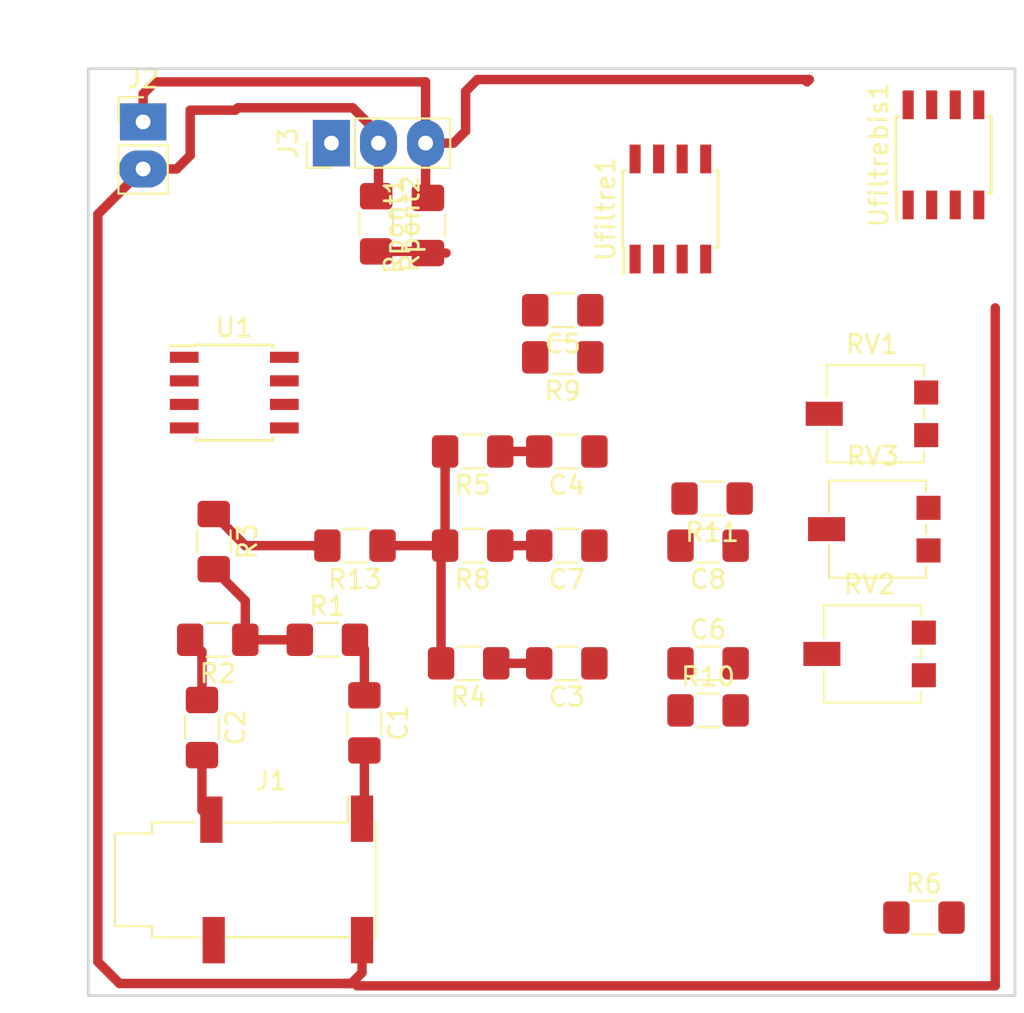
<source format=kicad_pcb>
(kicad_pcb (version 20171130) (host pcbnew "(5.0.0-rc3-dev-2-g101b68b61)")

  (general
    (thickness 1.6)
    (drawings 4)
    (tracks 59)
    (zones 0)
    (modules 30)
    (nets 22)
  )

  (page A4)
  (layers
    (0 F.Cu signal)
    (31 B.Cu signal)
    (32 B.Adhes user)
    (33 F.Adhes user)
    (34 B.Paste user)
    (35 F.Paste user)
    (36 B.SilkS user)
    (37 F.SilkS user)
    (38 B.Mask user)
    (39 F.Mask user)
    (40 Dwgs.User user)
    (41 Cmts.User user)
    (42 Eco1.User user)
    (43 Eco2.User user)
    (44 Edge.Cuts user)
    (45 Margin user)
    (46 B.CrtYd user)
    (47 F.CrtYd user)
    (48 B.Fab user)
    (49 F.Fab user)
  )

  (setup
    (last_trace_width 0.508)
    (trace_clearance 0.1905)
    (zone_clearance 0.508)
    (zone_45_only no)
    (trace_min 0.2)
    (segment_width 0.2)
    (edge_width 0.15)
    (via_size 0.8)
    (via_drill 0.4)
    (via_min_size 0.4)
    (via_min_drill 0.3)
    (uvia_size 0.3)
    (uvia_drill 0.1)
    (uvias_allowed no)
    (uvia_min_size 0.2)
    (uvia_min_drill 0.1)
    (pcb_text_width 0.3)
    (pcb_text_size 1.5 1.5)
    (mod_edge_width 0.15)
    (mod_text_size 1 1)
    (mod_text_width 0.15)
    (pad_size 1.425 1.75)
    (pad_drill 0)
    (pad_to_mask_clearance 0.2)
    (aux_axis_origin 0 0)
    (visible_elements FFFFFF7F)
    (pcbplotparams
      (layerselection 0x010fc_ffffffff)
      (usegerberextensions false)
      (usegerberattributes false)
      (usegerberadvancedattributes false)
      (creategerberjobfile false)
      (excludeedgelayer true)
      (linewidth 0.100000)
      (plotframeref false)
      (viasonmask false)
      (mode 1)
      (useauxorigin false)
      (hpglpennumber 1)
      (hpglpenspeed 20)
      (hpglpendiameter 15.000000)
      (psnegative false)
      (psa4output false)
      (plotreference true)
      (plotvalue true)
      (plotinvisibletext false)
      (padsonsilk false)
      (subtractmaskfromsilk false)
      (outputformat 1)
      (mirror false)
      (drillshape 1)
      (scaleselection 1)
      (outputdirectory ""))
  )

  (net 0 "")
  (net 1 "Net-(C1-Pad2)")
  (net 2 "Net-(C1-Pad1)")
  (net 3 "Net-(C2-Pad1)")
  (net 4 "Net-(C2-Pad2)")
  (net 5 "Net-(C3-Pad1)")
  (net 6 "Net-(C3-Pad2)")
  (net 7 "Net-(C4-Pad1)")
  (net 8 "Net-(C4-Pad2)")
  (net 9 "Net-(C5-Pad1)")
  (net 10 "Net-(C6-Pad1)")
  (net 11 "Net-(C7-Pad1)")
  (net 12 "Net-(C7-Pad2)")
  (net 13 "Net-(C8-Pad1)")
  (net 14 VCC)
  (net 15 GND)
  (net 16 "Net-(J3-Pad1)")
  (net 17 "Net-(R1-Pad1)")
  (net 18 "Net-(R13-Pad2)")
  (net 19 "Net-(R13-Pad1)")
  (net 20 "Net-(R6-Pad2)")
  (net 21 Vcc:2)

  (net_class Default "Ceci est la Netclass par défaut."
    (clearance 0.1905)
    (trace_width 0.508)
    (via_dia 0.8)
    (via_drill 0.4)
    (uvia_dia 0.3)
    (uvia_drill 0.1)
    (add_net GND)
    (add_net "Net-(C1-Pad1)")
    (add_net "Net-(C1-Pad2)")
    (add_net "Net-(C2-Pad1)")
    (add_net "Net-(C2-Pad2)")
    (add_net "Net-(C3-Pad1)")
    (add_net "Net-(C3-Pad2)")
    (add_net "Net-(C4-Pad1)")
    (add_net "Net-(C4-Pad2)")
    (add_net "Net-(C5-Pad1)")
    (add_net "Net-(C6-Pad1)")
    (add_net "Net-(C7-Pad1)")
    (add_net "Net-(C7-Pad2)")
    (add_net "Net-(C8-Pad1)")
    (add_net "Net-(J3-Pad1)")
    (add_net "Net-(R1-Pad1)")
    (add_net "Net-(R13-Pad1)")
    (add_net "Net-(R13-Pad2)")
    (add_net "Net-(R6-Pad2)")
    (add_net VCC)
    (add_net Vcc:2)
  )

  (module LIB_BE_PHELMA_CMS:C_1206_3216Metric_Pad1.42x1.75mm_HandSolder (layer F.Cu) (tedit 5B301BBE) (tstamp 5C6C4C42)
    (at 191.135 135.5455 270)
    (descr "Capacitor SMD 1206 (3216 Metric), square (rectangular) end terminal, IPC_7351 nominal with elongated pad for handsoldering. (Body size source: http://www.tortai-tech.com/upload/download/2011102023233369053.pdf), generated with kicad-footprint-generator")
    (tags "capacitor handsolder")
    (path /5C4C9F8B)
    (attr smd)
    (fp_text reference C2 (at 0 -1.82 270) (layer F.SilkS)
      (effects (font (size 1 1) (thickness 0.15)))
    )
    (fp_text value 10u (at 0 1.82 270) (layer F.Fab)
      (effects (font (size 1 1) (thickness 0.15)))
    )
    (fp_line (start -1.6 0.8) (end -1.6 -0.8) (layer F.Fab) (width 0.1))
    (fp_line (start -1.6 -0.8) (end 1.6 -0.8) (layer F.Fab) (width 0.1))
    (fp_line (start 1.6 -0.8) (end 1.6 0.8) (layer F.Fab) (width 0.1))
    (fp_line (start 1.6 0.8) (end -1.6 0.8) (layer F.Fab) (width 0.1))
    (fp_line (start -0.602064 -0.91) (end 0.602064 -0.91) (layer F.SilkS) (width 0.12))
    (fp_line (start -0.602064 0.91) (end 0.602064 0.91) (layer F.SilkS) (width 0.12))
    (fp_line (start -2.45 1.12) (end -2.45 -1.12) (layer F.CrtYd) (width 0.05))
    (fp_line (start -2.45 -1.12) (end 2.45 -1.12) (layer F.CrtYd) (width 0.05))
    (fp_line (start 2.45 -1.12) (end 2.45 1.12) (layer F.CrtYd) (width 0.05))
    (fp_line (start 2.45 1.12) (end -2.45 1.12) (layer F.CrtYd) (width 0.05))
    (fp_text user %R (at 0 0 270) (layer F.Fab)
      (effects (font (size 0.8 0.8) (thickness 0.12)))
    )
    (pad 1 smd roundrect (at -1.4875 0 270) (size 1.425 1.75) (layers F.Cu F.Paste F.Mask) (roundrect_rratio 0.175439)
      (net 3 "Net-(C2-Pad1)"))
    (pad 2 smd roundrect (at 1.4875 0 270) (size 1.425 1.75) (layers F.Cu F.Paste F.Mask) (roundrect_rratio 0.175439)
      (net 4 "Net-(C2-Pad2)"))
    (model ${KISYS3DMOD}/Capacitor_SMD.3dshapes/C_1206_3216Metric.wrl
      (at (xyz 0 0 0))
      (scale (xyz 1 1 1))
      (rotate (xyz 0 0 0))
    )
  )

  (module LIB_BE_PHELMA_CMS:SOIC-8_3.9x4.9mm_P1.27mm (layer F.Cu) (tedit 5A02F2D3) (tstamp 5C6C4E98)
    (at 231.14 104.648 90)
    (descr "8-Lead Plastic Small Outline (SN) - Narrow, 3.90 mm Body [SOIC] (see Microchip Packaging Specification http://ww1.microchip.com/downloads/en/PackagingSpec/00000049BQ.pdf)")
    (tags "SOIC 1.27")
    (path /5C55005B)
    (attr smd)
    (fp_text reference Ufiltrebis1 (at 0 -3.5 90) (layer F.SilkS)
      (effects (font (size 1 1) (thickness 0.15)))
    )
    (fp_text value TSV912IDT (at 0 3.5 90) (layer F.Fab)
      (effects (font (size 1 1) (thickness 0.15)))
    )
    (fp_line (start -2.075 -2.525) (end -3.475 -2.525) (layer F.SilkS) (width 0.15))
    (fp_line (start -2.075 2.575) (end 2.075 2.575) (layer F.SilkS) (width 0.15))
    (fp_line (start -2.075 -2.575) (end 2.075 -2.575) (layer F.SilkS) (width 0.15))
    (fp_line (start -2.075 2.575) (end -2.075 2.43) (layer F.SilkS) (width 0.15))
    (fp_line (start 2.075 2.575) (end 2.075 2.43) (layer F.SilkS) (width 0.15))
    (fp_line (start 2.075 -2.575) (end 2.075 -2.43) (layer F.SilkS) (width 0.15))
    (fp_line (start -2.075 -2.575) (end -2.075 -2.525) (layer F.SilkS) (width 0.15))
    (fp_line (start -3.73 2.7) (end 3.73 2.7) (layer F.CrtYd) (width 0.05))
    (fp_line (start -3.73 -2.7) (end 3.73 -2.7) (layer F.CrtYd) (width 0.05))
    (fp_line (start 3.73 -2.7) (end 3.73 2.7) (layer F.CrtYd) (width 0.05))
    (fp_line (start -3.73 -2.7) (end -3.73 2.7) (layer F.CrtYd) (width 0.05))
    (fp_line (start -1.95 -1.45) (end -0.95 -2.45) (layer F.Fab) (width 0.1))
    (fp_line (start -1.95 2.45) (end -1.95 -1.45) (layer F.Fab) (width 0.1))
    (fp_line (start 1.95 2.45) (end -1.95 2.45) (layer F.Fab) (width 0.1))
    (fp_line (start 1.95 -2.45) (end 1.95 2.45) (layer F.Fab) (width 0.1))
    (fp_line (start -0.95 -2.45) (end 1.95 -2.45) (layer F.Fab) (width 0.1))
    (fp_text user %R (at -0.127 -0.508 90) (layer F.Fab)
      (effects (font (size 1 1) (thickness 0.15)))
    )
    (pad 8 smd rect (at 2.7 -1.905 90) (size 1.55 0.6) (layers F.Cu F.Paste F.Mask)
      (net 14 VCC))
    (pad 7 smd rect (at 2.7 -0.635 90) (size 1.55 0.6) (layers F.Cu F.Paste F.Mask))
    (pad 6 smd rect (at 2.7 0.635 90) (size 1.55 0.6) (layers F.Cu F.Paste F.Mask))
    (pad 5 smd rect (at 2.7 1.905 90) (size 1.55 0.6) (layers F.Cu F.Paste F.Mask))
    (pad 4 smd rect (at -2.7 1.905 90) (size 1.55 0.6) (layers F.Cu F.Paste F.Mask)
      (net 15 GND))
    (pad 3 smd rect (at -2.7 0.635 90) (size 1.55 0.6) (layers F.Cu F.Paste F.Mask)
      (net 21 Vcc:2))
    (pad 2 smd rect (at -2.7 -0.635 90) (size 1.55 0.6) (layers F.Cu F.Paste F.Mask)
      (net 5 "Net-(C3-Pad1)"))
    (pad 1 smd rect (at -2.7 -1.905 90) (size 1.55 0.6) (layers F.Cu F.Paste F.Mask)
      (net 10 "Net-(C6-Pad1)"))
    (model ${KISYS3DMOD}/Package_SO.3dshapes/SOIC-8_3.9x4.9mm_P1.27mm.wrl
      (at (xyz 0 0 0))
      (scale (xyz 1 1 1))
      (rotate (xyz 0 0 0))
    )
  )

  (module LIB_BE_PHELMA_CMS:C_1206_3216Metric_Pad1.42x1.75mm_HandSolder (layer F.Cu) (tedit 5B301BBE) (tstamp 5C6C4C31)
    (at 199.898 135.2915 270)
    (descr "Capacitor SMD 1206 (3216 Metric), square (rectangular) end terminal, IPC_7351 nominal with elongated pad for handsoldering. (Body size source: http://www.tortai-tech.com/upload/download/2011102023233369053.pdf), generated with kicad-footprint-generator")
    (tags "capacitor handsolder")
    (path /5C4C9EF6)
    (attr smd)
    (fp_text reference C1 (at 0 -1.82 270) (layer F.SilkS)
      (effects (font (size 1 1) (thickness 0.15)))
    )
    (fp_text value 10u (at 0 1.82 270) (layer F.Fab)
      (effects (font (size 1 1) (thickness 0.15)))
    )
    (fp_text user %R (at 0 0 270) (layer F.Fab)
      (effects (font (size 0.8 0.8) (thickness 0.12)))
    )
    (fp_line (start 2.45 1.12) (end -2.45 1.12) (layer F.CrtYd) (width 0.05))
    (fp_line (start 2.45 -1.12) (end 2.45 1.12) (layer F.CrtYd) (width 0.05))
    (fp_line (start -2.45 -1.12) (end 2.45 -1.12) (layer F.CrtYd) (width 0.05))
    (fp_line (start -2.45 1.12) (end -2.45 -1.12) (layer F.CrtYd) (width 0.05))
    (fp_line (start -0.602064 0.91) (end 0.602064 0.91) (layer F.SilkS) (width 0.12))
    (fp_line (start -0.602064 -0.91) (end 0.602064 -0.91) (layer F.SilkS) (width 0.12))
    (fp_line (start 1.6 0.8) (end -1.6 0.8) (layer F.Fab) (width 0.1))
    (fp_line (start 1.6 -0.8) (end 1.6 0.8) (layer F.Fab) (width 0.1))
    (fp_line (start -1.6 -0.8) (end 1.6 -0.8) (layer F.Fab) (width 0.1))
    (fp_line (start -1.6 0.8) (end -1.6 -0.8) (layer F.Fab) (width 0.1))
    (pad 2 smd roundrect (at 1.4875 0 270) (size 1.425 1.75) (layers F.Cu F.Paste F.Mask) (roundrect_rratio 0.175439)
      (net 1 "Net-(C1-Pad2)"))
    (pad 1 smd roundrect (at -1.4875 0 270) (size 1.425 1.75) (layers F.Cu F.Paste F.Mask) (roundrect_rratio 0.175439)
      (net 2 "Net-(C1-Pad1)"))
    (model ${KISYS3DMOD}/Capacitor_SMD.3dshapes/C_1206_3216Metric.wrl
      (at (xyz 0 0 0))
      (scale (xyz 1 1 1))
      (rotate (xyz 0 0 0))
    )
  )

  (module LIB_BE_PHELMA_CMS:C_1206_3216Metric_Pad1.42x1.75mm_HandSolder (layer F.Cu) (tedit 5B301BBE) (tstamp 5C6C4C53)
    (at 210.82 132.08 180)
    (descr "Capacitor SMD 1206 (3216 Metric), square (rectangular) end terminal, IPC_7351 nominal with elongated pad for handsoldering. (Body size source: http://www.tortai-tech.com/upload/download/2011102023233369053.pdf), generated with kicad-footprint-generator")
    (tags "capacitor handsolder")
    (path /5C4CBE87)
    (attr smd)
    (fp_text reference C3 (at 0 -1.82 180) (layer F.SilkS)
      (effects (font (size 1 1) (thickness 0.15)))
    )
    (fp_text value 1u (at 0 1.82 180) (layer F.Fab)
      (effects (font (size 1 1) (thickness 0.15)))
    )
    (fp_text user %R (at 0 0 180) (layer F.Fab)
      (effects (font (size 0.8 0.8) (thickness 0.12)))
    )
    (fp_line (start 2.45 1.12) (end -2.45 1.12) (layer F.CrtYd) (width 0.05))
    (fp_line (start 2.45 -1.12) (end 2.45 1.12) (layer F.CrtYd) (width 0.05))
    (fp_line (start -2.45 -1.12) (end 2.45 -1.12) (layer F.CrtYd) (width 0.05))
    (fp_line (start -2.45 1.12) (end -2.45 -1.12) (layer F.CrtYd) (width 0.05))
    (fp_line (start -0.602064 0.91) (end 0.602064 0.91) (layer F.SilkS) (width 0.12))
    (fp_line (start -0.602064 -0.91) (end 0.602064 -0.91) (layer F.SilkS) (width 0.12))
    (fp_line (start 1.6 0.8) (end -1.6 0.8) (layer F.Fab) (width 0.1))
    (fp_line (start 1.6 -0.8) (end 1.6 0.8) (layer F.Fab) (width 0.1))
    (fp_line (start -1.6 -0.8) (end 1.6 -0.8) (layer F.Fab) (width 0.1))
    (fp_line (start -1.6 0.8) (end -1.6 -0.8) (layer F.Fab) (width 0.1))
    (pad 2 smd roundrect (at 1.4875 0 180) (size 1.425 1.75) (layers F.Cu F.Paste F.Mask) (roundrect_rratio 0.175439)
      (net 6 "Net-(C3-Pad2)"))
    (pad 1 smd roundrect (at -1.4875 0 180) (size 1.425 1.75) (layers F.Cu F.Paste F.Mask) (roundrect_rratio 0.175439)
      (net 5 "Net-(C3-Pad1)"))
    (model ${KISYS3DMOD}/Capacitor_SMD.3dshapes/C_1206_3216Metric.wrl
      (at (xyz 0 0 0))
      (scale (xyz 1 1 1))
      (rotate (xyz 0 0 0))
    )
  )

  (module LIB_BE_PHELMA_CMS:C_1206_3216Metric_Pad1.42x1.75mm_HandSolder (layer F.Cu) (tedit 5B301BBE) (tstamp 5C6C4C64)
    (at 210.82 120.65 180)
    (descr "Capacitor SMD 1206 (3216 Metric), square (rectangular) end terminal, IPC_7351 nominal with elongated pad for handsoldering. (Body size source: http://www.tortai-tech.com/upload/download/2011102023233369053.pdf), generated with kicad-footprint-generator")
    (tags "capacitor handsolder")
    (path /5C4E0338)
    (attr smd)
    (fp_text reference C4 (at 0 -1.82 180) (layer F.SilkS)
      (effects (font (size 1 1) (thickness 0.15)))
    )
    (fp_text value 10n (at 0 1.82 180) (layer F.Fab)
      (effects (font (size 1 1) (thickness 0.15)))
    )
    (fp_text user %R (at 0 0 180) (layer F.Fab)
      (effects (font (size 0.8 0.8) (thickness 0.12)))
    )
    (fp_line (start 2.45 1.12) (end -2.45 1.12) (layer F.CrtYd) (width 0.05))
    (fp_line (start 2.45 -1.12) (end 2.45 1.12) (layer F.CrtYd) (width 0.05))
    (fp_line (start -2.45 -1.12) (end 2.45 -1.12) (layer F.CrtYd) (width 0.05))
    (fp_line (start -2.45 1.12) (end -2.45 -1.12) (layer F.CrtYd) (width 0.05))
    (fp_line (start -0.602064 0.91) (end 0.602064 0.91) (layer F.SilkS) (width 0.12))
    (fp_line (start -0.602064 -0.91) (end 0.602064 -0.91) (layer F.SilkS) (width 0.12))
    (fp_line (start 1.6 0.8) (end -1.6 0.8) (layer F.Fab) (width 0.1))
    (fp_line (start 1.6 -0.8) (end 1.6 0.8) (layer F.Fab) (width 0.1))
    (fp_line (start -1.6 -0.8) (end 1.6 -0.8) (layer F.Fab) (width 0.1))
    (fp_line (start -1.6 0.8) (end -1.6 -0.8) (layer F.Fab) (width 0.1))
    (pad 2 smd roundrect (at 1.4875 0 180) (size 1.425 1.75) (layers F.Cu F.Paste F.Mask) (roundrect_rratio 0.175439)
      (net 8 "Net-(C4-Pad2)"))
    (pad 1 smd roundrect (at -1.4875 0 180) (size 1.425 1.75) (layers F.Cu F.Paste F.Mask) (roundrect_rratio 0.175439)
      (net 7 "Net-(C4-Pad1)"))
    (model ${KISYS3DMOD}/Capacitor_SMD.3dshapes/C_1206_3216Metric.wrl
      (at (xyz 0 0 0))
      (scale (xyz 1 1 1))
      (rotate (xyz 0 0 0))
    )
  )

  (module LIB_BE_PHELMA_CMS:C_1206_3216Metric_Pad1.42x1.75mm_HandSolder (layer F.Cu) (tedit 5C5414F7) (tstamp 5C6C4C75)
    (at 210.6025 113.03 180)
    (descr "Capacitor SMD 1206 (3216 Metric), square (rectangular) end terminal, IPC_7351 nominal with elongated pad for handsoldering. (Body size source: http://www.tortai-tech.com/upload/download/2011102023233369053.pdf), generated with kicad-footprint-generator")
    (tags "capacitor handsolder")
    (path /5C4E034A)
    (attr smd)
    (fp_text reference C5 (at 0 -1.82 180) (layer F.SilkS)
      (effects (font (size 1 1) (thickness 0.15)))
    )
    (fp_text value 1n (at 0 1.82 180) (layer F.Fab)
      (effects (font (size 1 1) (thickness 0.15)))
    )
    (fp_line (start -1.6 0.8) (end -1.6 -0.8) (layer F.Fab) (width 0.1))
    (fp_line (start -1.6 -0.8) (end 1.6 -0.8) (layer F.Fab) (width 0.1))
    (fp_line (start 1.6 -0.8) (end 1.6 0.8) (layer F.Fab) (width 0.1))
    (fp_line (start 1.6 0.8) (end -1.6 0.8) (layer F.Fab) (width 0.1))
    (fp_line (start -0.602064 -0.91) (end 0.602064 -0.91) (layer F.SilkS) (width 0.12))
    (fp_line (start -0.602064 0.91) (end 0.602064 0.91) (layer F.SilkS) (width 0.12))
    (fp_line (start -2.45 1.12) (end -2.45 -1.12) (layer F.CrtYd) (width 0.05))
    (fp_line (start -2.45 -1.12) (end 2.45 -1.12) (layer F.CrtYd) (width 0.05))
    (fp_line (start 2.45 -1.12) (end 2.45 1.12) (layer F.CrtYd) (width 0.05))
    (fp_line (start 2.45 1.12) (end -2.45 1.12) (layer F.CrtYd) (width 0.05))
    (fp_text user %R (at 0 0 180) (layer F.Fab)
      (effects (font (size 0.8 0.8) (thickness 0.12)))
    )
    (pad 1 smd roundrect (at -1.4875 0 180) (size 1.425 1.75) (layers F.Cu F.Paste F.Mask) (roundrect_rratio 0.175)
      (net 9 "Net-(C5-Pad1)"))
    (pad 2 smd roundrect (at 1.4875 0 180) (size 1.425 1.75) (layers F.Cu F.Paste F.Mask) (roundrect_rratio 0.175439)
      (net 7 "Net-(C4-Pad1)"))
    (model ${KISYS3DMOD}/Capacitor_SMD.3dshapes/C_1206_3216Metric.wrl
      (at (xyz 0 0 0))
      (scale (xyz 1 1 1))
      (rotate (xyz 0 0 0))
    )
  )

  (module LIB_BE_PHELMA_CMS:C_1206_3216Metric_Pad1.42x1.75mm_HandSolder (layer F.Cu) (tedit 5B301BBE) (tstamp 5C6C4C86)
    (at 218.44 132.08)
    (descr "Capacitor SMD 1206 (3216 Metric), square (rectangular) end terminal, IPC_7351 nominal with elongated pad for handsoldering. (Body size source: http://www.tortai-tech.com/upload/download/2011102023233369053.pdf), generated with kicad-footprint-generator")
    (tags "capacitor handsolder")
    (path /5C4DE640)
    (attr smd)
    (fp_text reference C6 (at 0 -1.82) (layer F.SilkS)
      (effects (font (size 1 1) (thickness 0.15)))
    )
    (fp_text value 10n (at 0 1.82) (layer F.Fab)
      (effects (font (size 1 1) (thickness 0.15)))
    )
    (fp_line (start -1.6 0.8) (end -1.6 -0.8) (layer F.Fab) (width 0.1))
    (fp_line (start -1.6 -0.8) (end 1.6 -0.8) (layer F.Fab) (width 0.1))
    (fp_line (start 1.6 -0.8) (end 1.6 0.8) (layer F.Fab) (width 0.1))
    (fp_line (start 1.6 0.8) (end -1.6 0.8) (layer F.Fab) (width 0.1))
    (fp_line (start -0.602064 -0.91) (end 0.602064 -0.91) (layer F.SilkS) (width 0.12))
    (fp_line (start -0.602064 0.91) (end 0.602064 0.91) (layer F.SilkS) (width 0.12))
    (fp_line (start -2.45 1.12) (end -2.45 -1.12) (layer F.CrtYd) (width 0.05))
    (fp_line (start -2.45 -1.12) (end 2.45 -1.12) (layer F.CrtYd) (width 0.05))
    (fp_line (start 2.45 -1.12) (end 2.45 1.12) (layer F.CrtYd) (width 0.05))
    (fp_line (start 2.45 1.12) (end -2.45 1.12) (layer F.CrtYd) (width 0.05))
    (fp_text user %R (at 0 0) (layer F.Fab)
      (effects (font (size 0.8 0.8) (thickness 0.12)))
    )
    (pad 1 smd roundrect (at -1.4875 0) (size 1.425 1.75) (layers F.Cu F.Paste F.Mask) (roundrect_rratio 0.175439)
      (net 10 "Net-(C6-Pad1)"))
    (pad 2 smd roundrect (at 1.4875 0) (size 1.425 1.75) (layers F.Cu F.Paste F.Mask) (roundrect_rratio 0.175439)
      (net 5 "Net-(C3-Pad1)"))
    (model ${KISYS3DMOD}/Capacitor_SMD.3dshapes/C_1206_3216Metric.wrl
      (at (xyz 0 0 0))
      (scale (xyz 1 1 1))
      (rotate (xyz 0 0 0))
    )
  )

  (module LIB_BE_PHELMA_CMS:C_1206_3216Metric_Pad1.42x1.75mm_HandSolder (layer F.Cu) (tedit 5B301BBE) (tstamp 5C6C4C97)
    (at 210.82 125.73 180)
    (descr "Capacitor SMD 1206 (3216 Metric), square (rectangular) end terminal, IPC_7351 nominal with elongated pad for handsoldering. (Body size source: http://www.tortai-tech.com/upload/download/2011102023233369053.pdf), generated with kicad-footprint-generator")
    (tags "capacitor handsolder")
    (path /5C543D44)
    (attr smd)
    (fp_text reference C7 (at 0 -1.82 180) (layer F.SilkS)
      (effects (font (size 1 1) (thickness 0.15)))
    )
    (fp_text value 100n (at 0 1.82 180) (layer F.Fab)
      (effects (font (size 1 1) (thickness 0.15)))
    )
    (fp_line (start -1.6 0.8) (end -1.6 -0.8) (layer F.Fab) (width 0.1))
    (fp_line (start -1.6 -0.8) (end 1.6 -0.8) (layer F.Fab) (width 0.1))
    (fp_line (start 1.6 -0.8) (end 1.6 0.8) (layer F.Fab) (width 0.1))
    (fp_line (start 1.6 0.8) (end -1.6 0.8) (layer F.Fab) (width 0.1))
    (fp_line (start -0.602064 -0.91) (end 0.602064 -0.91) (layer F.SilkS) (width 0.12))
    (fp_line (start -0.602064 0.91) (end 0.602064 0.91) (layer F.SilkS) (width 0.12))
    (fp_line (start -2.45 1.12) (end -2.45 -1.12) (layer F.CrtYd) (width 0.05))
    (fp_line (start -2.45 -1.12) (end 2.45 -1.12) (layer F.CrtYd) (width 0.05))
    (fp_line (start 2.45 -1.12) (end 2.45 1.12) (layer F.CrtYd) (width 0.05))
    (fp_line (start 2.45 1.12) (end -2.45 1.12) (layer F.CrtYd) (width 0.05))
    (fp_text user %R (at 0 0 180) (layer F.Fab)
      (effects (font (size 0.8 0.8) (thickness 0.12)))
    )
    (pad 1 smd roundrect (at -1.4875 0 180) (size 1.425 1.75) (layers F.Cu F.Paste F.Mask) (roundrect_rratio 0.175439)
      (net 11 "Net-(C7-Pad1)"))
    (pad 2 smd roundrect (at 1.4875 0 180) (size 1.425 1.75) (layers F.Cu F.Paste F.Mask) (roundrect_rratio 0.175439)
      (net 12 "Net-(C7-Pad2)"))
    (model ${KISYS3DMOD}/Capacitor_SMD.3dshapes/C_1206_3216Metric.wrl
      (at (xyz 0 0 0))
      (scale (xyz 1 1 1))
      (rotate (xyz 0 0 0))
    )
  )

  (module LIB_BE_PHELMA_CMS:C_1206_3216Metric_Pad1.42x1.75mm_HandSolder (layer F.Cu) (tedit 5B301BBE) (tstamp 5C6C4CA8)
    (at 218.44 125.73 180)
    (descr "Capacitor SMD 1206 (3216 Metric), square (rectangular) end terminal, IPC_7351 nominal with elongated pad for handsoldering. (Body size source: http://www.tortai-tech.com/upload/download/2011102023233369053.pdf), generated with kicad-footprint-generator")
    (tags "capacitor handsolder")
    (path /5C543D55)
    (attr smd)
    (fp_text reference C8 (at 0 -1.82 180) (layer F.SilkS)
      (effects (font (size 1 1) (thickness 0.15)))
    )
    (fp_text value 1n (at 0 1.82 180) (layer F.Fab)
      (effects (font (size 1 1) (thickness 0.15)))
    )
    (fp_text user %R (at 0 0 180) (layer F.Fab)
      (effects (font (size 0.8 0.8) (thickness 0.12)))
    )
    (fp_line (start 2.45 1.12) (end -2.45 1.12) (layer F.CrtYd) (width 0.05))
    (fp_line (start 2.45 -1.12) (end 2.45 1.12) (layer F.CrtYd) (width 0.05))
    (fp_line (start -2.45 -1.12) (end 2.45 -1.12) (layer F.CrtYd) (width 0.05))
    (fp_line (start -2.45 1.12) (end -2.45 -1.12) (layer F.CrtYd) (width 0.05))
    (fp_line (start -0.602064 0.91) (end 0.602064 0.91) (layer F.SilkS) (width 0.12))
    (fp_line (start -0.602064 -0.91) (end 0.602064 -0.91) (layer F.SilkS) (width 0.12))
    (fp_line (start 1.6 0.8) (end -1.6 0.8) (layer F.Fab) (width 0.1))
    (fp_line (start 1.6 -0.8) (end 1.6 0.8) (layer F.Fab) (width 0.1))
    (fp_line (start -1.6 -0.8) (end 1.6 -0.8) (layer F.Fab) (width 0.1))
    (fp_line (start -1.6 0.8) (end -1.6 -0.8) (layer F.Fab) (width 0.1))
    (pad 2 smd roundrect (at 1.4875 0 180) (size 1.425 1.75) (layers F.Cu F.Paste F.Mask) (roundrect_rratio 0.175439)
      (net 11 "Net-(C7-Pad1)"))
    (pad 1 smd roundrect (at -1.4875 0 180) (size 1.425 1.75) (layers F.Cu F.Paste F.Mask) (roundrect_rratio 0.175439)
      (net 13 "Net-(C8-Pad1)"))
    (model ${KISYS3DMOD}/Capacitor_SMD.3dshapes/C_1206_3216Metric.wrl
      (at (xyz 0 0 0))
      (scale (xyz 1 1 1))
      (rotate (xyz 0 0 0))
    )
  )

  (module LIB_BE_PHELMA_CMS:Jack_3.5mm_PJ320D_Horizontal (layer F.Cu) (tedit 5C540662) (tstamp 5C6C4CCB)
    (at 194.818 143.764)
    (descr "Headphones with microphone connector, 3.5mm, 4 pins (http://www.qingpu-electronics.com/en/products/WQP-PJ320D-72.html)")
    (tags "3.5mm jack mic microphone phones headphones 4pins audio plug")
    (path /5C5BA414)
    (attr smd)
    (fp_text reference J1 (at 0.05 -5.35) (layer F.SilkS)
      (effects (font (size 1 1) (thickness 0.15)))
    )
    (fp_text value AudioJack3_Ground (at -0.025 6.35) (layer F.Fab)
      (effects (font (size 1 1) (thickness 0.15)))
    )
    (fp_text user %R (at -1.195 0) (layer F.Fab)
      (effects (font (size 1 1) (thickness 0.15)))
    )
    (fp_line (start 4.193 -3.1) (end 4.193 -4.5) (layer F.SilkS) (width 0.12))
    (fp_line (start 5.575 2.9) (end -6.225 2.9) (layer F.Fab) (width 0.1))
    (fp_line (start -6.225 2.9) (end -6.225 2.3) (layer F.Fab) (width 0.1))
    (fp_line (start -6.225 2.3) (end -8.225 2.3) (layer F.Fab) (width 0.1))
    (fp_line (start -8.225 2.3) (end -8.225 -2.3) (layer F.Fab) (width 0.1))
    (fp_line (start -8.225 -2.3) (end -6.225 -2.3) (layer F.Fab) (width 0.1))
    (fp_line (start -6.225 -2.3) (end -6.225 -2.9) (layer F.Fab) (width 0.1))
    (fp_line (start -6.225 -2.9) (end 5.575 -2.9) (layer F.Fab) (width 0.1))
    (fp_line (start 5.575 -2.9) (end 5.575 2.9) (layer F.Fab) (width 0.1))
    (fp_line (start -3.81 3.0988) (end -6.375 3.1) (layer F.SilkS) (width 0.12))
    (fp_line (start -2.4384 -3.0988) (end 4.193 -3.1) (layer F.SilkS) (width 0.12))
    (fp_line (start -6.375 -3.1) (end -4 -3.1) (layer F.SilkS) (width 0.12))
    (fp_line (start 6.07 5) (end 6.07 -5) (layer F.CrtYd) (width 0.05))
    (fp_line (start -8.73 5) (end -8.73 -5) (layer F.CrtYd) (width 0.05))
    (fp_line (start 5.725 3.1) (end 5.725 -3.1) (layer F.SilkS) (width 0.12))
    (fp_line (start -8.73 5) (end 6.07 5) (layer F.CrtYd) (width 0.05))
    (fp_line (start -8.73 -5) (end 6.07 -5) (layer F.CrtYd) (width 0.05))
    (fp_line (start -6.375 -3.1) (end -6.375 -2.5) (layer F.SilkS) (width 0.12))
    (fp_line (start -6.375 2.5) (end -6.375 3.1) (layer F.SilkS) (width 0.12))
    (fp_line (start -8.375 -2.5) (end -8.375 2.5) (layer F.SilkS) (width 0.12))
    (fp_line (start -6.375 -2.5) (end -8.375 -2.5) (layer F.SilkS) (width 0.12))
    (fp_line (start -6.375 2.5) (end -8.375 2.5) (layer F.SilkS) (width 0.12))
    (fp_circle (center 3.9 -2.35) (end 3.95 -2.1) (layer F.Fab) (width 0.12))
    (fp_line (start -2.3368 3.0988) (end 4.2164 3.0988) (layer F.SilkS) (width 0.15))
    (pad S smd rect (at 4.953 3.25) (size 1.2 2.5) (layers F.Cu F.Paste F.Mask)
      (net 15 GND))
    (pad R smd rect (at 4.953 -3.302) (size 1.2 2.5) (layers F.Cu F.Paste F.Mask)
      (net 1 "Net-(C1-Pad2)"))
    (pad T smd rect (at -3.048 3.2512) (size 1.2 2.5) (layers F.Cu F.Paste F.Mask)
      (net 4 "Net-(C2-Pad2)"))
    (pad T smd rect (at -3.175 -3.25) (size 1.2 2.5) (layers F.Cu F.Paste F.Mask)
      (net 4 "Net-(C2-Pad2)"))
    (pad "" np_thru_hole circle (at -4.775 0) (size 1.5 1.5) (drill 1.5) (layers *.Cu *.Mask))
    (pad "" np_thru_hole circle (at 2.225 0) (size 1.5 1.5) (drill 1.5) (layers *.Cu *.Mask))
    (model ${KISYS3DMOD}/Connector_Audio.3dshapes/Jack_3.5mm_PJ320D_Horizontal.wrl
      (at (xyz 0 0 0))
      (scale (xyz 1 1 1))
      (rotate (xyz 0 0 0))
    )
  )

  (module LIB_BE_PHELMA:PinHeader_1x02_P2.54mm_Vertical (layer F.Cu) (tedit 5C542174) (tstamp 5C6C4CE1)
    (at 187.96 102.87)
    (descr "Through hole straight pin header, 1x02, 2.54mm pitch, single row")
    (tags "Through hole pin header THT 1x02 2.54mm single row")
    (path /5C584191)
    (fp_text reference J2 (at 0 -2.33) (layer F.SilkS)
      (effects (font (size 1 1) (thickness 0.15)))
    )
    (fp_text value Conn_01x02_Female (at 0 4.87) (layer F.Fab)
      (effects (font (size 1 1) (thickness 0.15)))
    )
    (fp_line (start -0.635 -1.27) (end 1.27 -1.27) (layer F.Fab) (width 0.1))
    (fp_line (start 1.27 -1.27) (end 1.27 3.81) (layer F.Fab) (width 0.1))
    (fp_line (start 1.27 3.81) (end -1.27 3.81) (layer F.Fab) (width 0.1))
    (fp_line (start -1.27 3.81) (end -1.27 -0.635) (layer F.Fab) (width 0.1))
    (fp_line (start -1.27 -0.635) (end -0.635 -1.27) (layer F.Fab) (width 0.1))
    (fp_line (start -1.33 3.87) (end 1.33 3.87) (layer F.SilkS) (width 0.12))
    (fp_line (start -1.33 1.27) (end -1.33 3.87) (layer F.SilkS) (width 0.12))
    (fp_line (start 1.33 1.27) (end 1.33 3.87) (layer F.SilkS) (width 0.12))
    (fp_line (start -1.33 1.27) (end 1.33 1.27) (layer F.SilkS) (width 0.12))
    (fp_line (start -1.33 0) (end -1.33 -1.33) (layer F.SilkS) (width 0.12))
    (fp_line (start -1.33 -1.33) (end 0 -1.33) (layer F.SilkS) (width 0.12))
    (fp_line (start -1.8 -1.8) (end -1.8 4.35) (layer F.CrtYd) (width 0.05))
    (fp_line (start -1.8 4.35) (end 1.8 4.35) (layer F.CrtYd) (width 0.05))
    (fp_line (start 1.8 4.35) (end 1.8 -1.8) (layer F.CrtYd) (width 0.05))
    (fp_line (start 1.8 -1.8) (end -1.8 -1.8) (layer F.CrtYd) (width 0.05))
    (fp_text user %R (at 0 1.27 90) (layer F.Fab)
      (effects (font (size 1 1) (thickness 0.15)))
    )
    (pad 1 thru_hole rect (at 0 0) (size 2.5 2) (drill 0.8) (layers *.Cu *.Mask)
      (net 14 VCC))
    (pad 2 thru_hole oval (at 0 2.54) (size 2.6 2) (drill 0.8) (layers *.Cu *.Mask)
      (net 15 GND))
    (model ${KISYS3DMOD}/Connector_PinHeader_2.54mm.3dshapes/PinHeader_1x02_P2.54mm_Vertical.wrl
      (at (xyz 0 0 0))
      (scale (xyz 1 1 1))
      (rotate (xyz 0 0 0))
    )
  )

  (module LIB_BE_PHELMA:PinHeader_1x03_P2.54mm_Vertical (layer F.Cu) (tedit 5C542253) (tstamp 5C6C4CF8)
    (at 198.12 104.013 90)
    (descr "Through hole straight pin header, 1x03, 2.54mm pitch, single row")
    (tags "Through hole pin header THT 1x03 2.54mm single row")
    (path /5C57C601)
    (fp_text reference J3 (at 0 -2.33 90) (layer F.SilkS)
      (effects (font (size 1 1) (thickness 0.15)))
    )
    (fp_text value Conn_01x03_Female (at 0 7.41 90) (layer F.Fab)
      (effects (font (size 1 1) (thickness 0.15)))
    )
    (fp_line (start -0.635 -1.27) (end 1.27 -1.27) (layer F.Fab) (width 0.1))
    (fp_line (start 1.27 -1.27) (end 1.27 6.35) (layer F.Fab) (width 0.1))
    (fp_line (start 1.27 6.35) (end -1.27 6.35) (layer F.Fab) (width 0.1))
    (fp_line (start -1.27 6.35) (end -1.27 -0.635) (layer F.Fab) (width 0.1))
    (fp_line (start -1.27 -0.635) (end -0.635 -1.27) (layer F.Fab) (width 0.1))
    (fp_line (start -1.33 6.41) (end 1.33 6.41) (layer F.SilkS) (width 0.12))
    (fp_line (start -1.33 1.27) (end -1.33 6.41) (layer F.SilkS) (width 0.12))
    (fp_line (start 1.33 1.27) (end 1.33 6.41) (layer F.SilkS) (width 0.12))
    (fp_line (start -1.33 1.27) (end 1.33 1.27) (layer F.SilkS) (width 0.12))
    (fp_line (start -1.33 0) (end -1.33 -1.33) (layer F.SilkS) (width 0.12))
    (fp_line (start -1.33 -1.33) (end 0 -1.33) (layer F.SilkS) (width 0.12))
    (fp_line (start -1.8 -1.8) (end -1.8 6.85) (layer F.CrtYd) (width 0.05))
    (fp_line (start -1.8 6.85) (end 1.8 6.85) (layer F.CrtYd) (width 0.05))
    (fp_line (start 1.8 6.85) (end 1.8 -1.8) (layer F.CrtYd) (width 0.05))
    (fp_line (start 1.8 -1.8) (end -1.8 -1.8) (layer F.CrtYd) (width 0.05))
    (fp_text user %R (at 0 2.54 180) (layer F.Fab)
      (effects (font (size 1 1) (thickness 0.15)))
    )
    (pad 1 thru_hole rect (at 0 0 90) (size 2.5 2) (drill 0.8) (layers *.Cu *.Mask)
      (net 16 "Net-(J3-Pad1)"))
    (pad 2 thru_hole oval (at 0 2.54 90) (size 2.5 2) (drill 0.8) (layers *.Cu *.Mask)
      (net 15 GND))
    (pad 3 thru_hole oval (at 0 5.08 90) (size 2.5 2) (drill 0.8) (layers *.Cu *.Mask)
      (net 14 VCC))
    (model ${KISYS3DMOD}/Connector_PinHeader_2.54mm.3dshapes/PinHeader_1x03_P2.54mm_Vertical.wrl
      (at (xyz 0 0 0))
      (scale (xyz 1 1 1))
      (rotate (xyz 0 0 0))
    )
  )

  (module LIB_BE_PHELMA_CMS:R_1206_3216Metric_Pad1.42x1.75mm_HandSolder (layer F.Cu) (tedit 5B301BBD) (tstamp 5C6C4D09)
    (at 197.9025 130.81)
    (descr "Resistor SMD 1206 (3216 Metric), square (rectangular) end terminal, IPC_7351 nominal with elongated pad for handsoldering. (Body size source: http://www.tortai-tech.com/upload/download/2011102023233369053.pdf), generated with kicad-footprint-generator")
    (tags "resistor handsolder")
    (path /5C4C9FE5)
    (attr smd)
    (fp_text reference R1 (at 0 -1.82) (layer F.SilkS)
      (effects (font (size 1 1) (thickness 0.15)))
    )
    (fp_text value 100k (at 0 1.82) (layer F.Fab)
      (effects (font (size 1 1) (thickness 0.15)))
    )
    (fp_text user %R (at 0 0) (layer F.Fab)
      (effects (font (size 0.8 0.8) (thickness 0.12)))
    )
    (fp_line (start 2.45 1.12) (end -2.45 1.12) (layer F.CrtYd) (width 0.05))
    (fp_line (start 2.45 -1.12) (end 2.45 1.12) (layer F.CrtYd) (width 0.05))
    (fp_line (start -2.45 -1.12) (end 2.45 -1.12) (layer F.CrtYd) (width 0.05))
    (fp_line (start -2.45 1.12) (end -2.45 -1.12) (layer F.CrtYd) (width 0.05))
    (fp_line (start -0.602064 0.91) (end 0.602064 0.91) (layer F.SilkS) (width 0.12))
    (fp_line (start -0.602064 -0.91) (end 0.602064 -0.91) (layer F.SilkS) (width 0.12))
    (fp_line (start 1.6 0.8) (end -1.6 0.8) (layer F.Fab) (width 0.1))
    (fp_line (start 1.6 -0.8) (end 1.6 0.8) (layer F.Fab) (width 0.1))
    (fp_line (start -1.6 -0.8) (end 1.6 -0.8) (layer F.Fab) (width 0.1))
    (fp_line (start -1.6 0.8) (end -1.6 -0.8) (layer F.Fab) (width 0.1))
    (pad 2 smd roundrect (at 1.4875 0) (size 1.425 1.75) (layers F.Cu F.Paste F.Mask) (roundrect_rratio 0.175439)
      (net 2 "Net-(C1-Pad1)"))
    (pad 1 smd roundrect (at -1.4875 0) (size 1.425 1.75) (layers F.Cu F.Paste F.Mask) (roundrect_rratio 0.175439)
      (net 17 "Net-(R1-Pad1)"))
    (model ${KISYS3DMOD}/Resistor_SMD.3dshapes/R_1206_3216Metric.wrl
      (at (xyz 0 0 0))
      (scale (xyz 1 1 1))
      (rotate (xyz 0 0 0))
    )
  )

  (module LIB_BE_PHELMA_CMS:R_1206_3216Metric_Pad1.42x1.75mm_HandSolder (layer F.Cu) (tedit 5B301BBD) (tstamp 5C6C4D1A)
    (at 191.9875 130.81 180)
    (descr "Resistor SMD 1206 (3216 Metric), square (rectangular) end terminal, IPC_7351 nominal with elongated pad for handsoldering. (Body size source: http://www.tortai-tech.com/upload/download/2011102023233369053.pdf), generated with kicad-footprint-generator")
    (tags "resistor handsolder")
    (path /5C4CA034)
    (attr smd)
    (fp_text reference R2 (at 0 -1.82 180) (layer F.SilkS)
      (effects (font (size 1 1) (thickness 0.15)))
    )
    (fp_text value 100k (at 0 1.82 180) (layer F.Fab)
      (effects (font (size 1 1) (thickness 0.15)))
    )
    (fp_line (start -1.6 0.8) (end -1.6 -0.8) (layer F.Fab) (width 0.1))
    (fp_line (start -1.6 -0.8) (end 1.6 -0.8) (layer F.Fab) (width 0.1))
    (fp_line (start 1.6 -0.8) (end 1.6 0.8) (layer F.Fab) (width 0.1))
    (fp_line (start 1.6 0.8) (end -1.6 0.8) (layer F.Fab) (width 0.1))
    (fp_line (start -0.602064 -0.91) (end 0.602064 -0.91) (layer F.SilkS) (width 0.12))
    (fp_line (start -0.602064 0.91) (end 0.602064 0.91) (layer F.SilkS) (width 0.12))
    (fp_line (start -2.45 1.12) (end -2.45 -1.12) (layer F.CrtYd) (width 0.05))
    (fp_line (start -2.45 -1.12) (end 2.45 -1.12) (layer F.CrtYd) (width 0.05))
    (fp_line (start 2.45 -1.12) (end 2.45 1.12) (layer F.CrtYd) (width 0.05))
    (fp_line (start 2.45 1.12) (end -2.45 1.12) (layer F.CrtYd) (width 0.05))
    (fp_text user %R (at 0 0 180) (layer F.Fab)
      (effects (font (size 0.8 0.8) (thickness 0.12)))
    )
    (pad 1 smd roundrect (at -1.4875 0 180) (size 1.425 1.75) (layers F.Cu F.Paste F.Mask) (roundrect_rratio 0.175439)
      (net 17 "Net-(R1-Pad1)"))
    (pad 2 smd roundrect (at 1.4875 0 180) (size 1.425 1.75) (layers F.Cu F.Paste F.Mask) (roundrect_rratio 0.175439)
      (net 3 "Net-(C2-Pad1)"))
    (model ${KISYS3DMOD}/Resistor_SMD.3dshapes/R_1206_3216Metric.wrl
      (at (xyz 0 0 0))
      (scale (xyz 1 1 1))
      (rotate (xyz 0 0 0))
    )
  )

  (module LIB_BE_PHELMA_CMS:R_1206_3216Metric_Pad1.42x1.75mm_HandSolder (layer F.Cu) (tedit 5B301BBD) (tstamp 5C6C4D2B)
    (at 191.77 125.5125 270)
    (descr "Resistor SMD 1206 (3216 Metric), square (rectangular) end terminal, IPC_7351 nominal with elongated pad for handsoldering. (Body size source: http://www.tortai-tech.com/upload/download/2011102023233369053.pdf), generated with kicad-footprint-generator")
    (tags "resistor handsolder")
    (path /5C4CA41C)
    (attr smd)
    (fp_text reference R3 (at 0 -1.82 270) (layer F.SilkS)
      (effects (font (size 1 1) (thickness 0.15)))
    )
    (fp_text value 1k (at 0 1.82 270) (layer F.Fab)
      (effects (font (size 1 1) (thickness 0.15)))
    )
    (fp_text user %R (at 0 0 270) (layer F.Fab)
      (effects (font (size 0.8 0.8) (thickness 0.12)))
    )
    (fp_line (start 2.45 1.12) (end -2.45 1.12) (layer F.CrtYd) (width 0.05))
    (fp_line (start 2.45 -1.12) (end 2.45 1.12) (layer F.CrtYd) (width 0.05))
    (fp_line (start -2.45 -1.12) (end 2.45 -1.12) (layer F.CrtYd) (width 0.05))
    (fp_line (start -2.45 1.12) (end -2.45 -1.12) (layer F.CrtYd) (width 0.05))
    (fp_line (start -0.602064 0.91) (end 0.602064 0.91) (layer F.SilkS) (width 0.12))
    (fp_line (start -0.602064 -0.91) (end 0.602064 -0.91) (layer F.SilkS) (width 0.12))
    (fp_line (start 1.6 0.8) (end -1.6 0.8) (layer F.Fab) (width 0.1))
    (fp_line (start 1.6 -0.8) (end 1.6 0.8) (layer F.Fab) (width 0.1))
    (fp_line (start -1.6 -0.8) (end 1.6 -0.8) (layer F.Fab) (width 0.1))
    (fp_line (start -1.6 0.8) (end -1.6 -0.8) (layer F.Fab) (width 0.1))
    (pad 2 smd roundrect (at 1.4875 0 270) (size 1.425 1.75) (layers F.Cu F.Paste F.Mask) (roundrect_rratio 0.175439)
      (net 17 "Net-(R1-Pad1)"))
    (pad 1 smd roundrect (at -1.4875 0 270) (size 1.425 1.75) (layers F.Cu F.Paste F.Mask) (roundrect_rratio 0.175439)
      (net 18 "Net-(R13-Pad2)"))
    (model ${KISYS3DMOD}/Resistor_SMD.3dshapes/R_1206_3216Metric.wrl
      (at (xyz 0 0 0))
      (scale (xyz 1 1 1))
      (rotate (xyz 0 0 0))
    )
  )

  (module LIB_BE_PHELMA_CMS:R_1206_3216Metric_Pad1.42x1.75mm_HandSolder (layer F.Cu) (tedit 5B301BBD) (tstamp 5C6C4D3C)
    (at 205.5225 132.08 180)
    (descr "Resistor SMD 1206 (3216 Metric), square (rectangular) end terminal, IPC_7351 nominal with elongated pad for handsoldering. (Body size source: http://www.tortai-tech.com/upload/download/2011102023233369053.pdf), generated with kicad-footprint-generator")
    (tags "resistor handsolder")
    (path /5C4CBF01)
    (attr smd)
    (fp_text reference R4 (at 0 -1.82 180) (layer F.SilkS)
      (effects (font (size 1 1) (thickness 0.15)))
    )
    (fp_text value 8.2k (at 0 1.82 180) (layer F.Fab)
      (effects (font (size 1 1) (thickness 0.15)))
    )
    (fp_line (start -1.6 0.8) (end -1.6 -0.8) (layer F.Fab) (width 0.1))
    (fp_line (start -1.6 -0.8) (end 1.6 -0.8) (layer F.Fab) (width 0.1))
    (fp_line (start 1.6 -0.8) (end 1.6 0.8) (layer F.Fab) (width 0.1))
    (fp_line (start 1.6 0.8) (end -1.6 0.8) (layer F.Fab) (width 0.1))
    (fp_line (start -0.602064 -0.91) (end 0.602064 -0.91) (layer F.SilkS) (width 0.12))
    (fp_line (start -0.602064 0.91) (end 0.602064 0.91) (layer F.SilkS) (width 0.12))
    (fp_line (start -2.45 1.12) (end -2.45 -1.12) (layer F.CrtYd) (width 0.05))
    (fp_line (start -2.45 -1.12) (end 2.45 -1.12) (layer F.CrtYd) (width 0.05))
    (fp_line (start 2.45 -1.12) (end 2.45 1.12) (layer F.CrtYd) (width 0.05))
    (fp_line (start 2.45 1.12) (end -2.45 1.12) (layer F.CrtYd) (width 0.05))
    (fp_text user %R (at 0 0 180) (layer F.Fab)
      (effects (font (size 0.8 0.8) (thickness 0.12)))
    )
    (pad 1 smd roundrect (at -1.4875 0 180) (size 1.425 1.75) (layers F.Cu F.Paste F.Mask) (roundrect_rratio 0.175439)
      (net 6 "Net-(C3-Pad2)"))
    (pad 2 smd roundrect (at 1.4875 0 180) (size 1.425 1.75) (layers F.Cu F.Paste F.Mask) (roundrect_rratio 0.175439)
      (net 19 "Net-(R13-Pad1)"))
    (model ${KISYS3DMOD}/Resistor_SMD.3dshapes/R_1206_3216Metric.wrl
      (at (xyz 0 0 0))
      (scale (xyz 1 1 1))
      (rotate (xyz 0 0 0))
    )
  )

  (module LIB_BE_PHELMA_CMS:R_1206_3216Metric_Pad1.42x1.75mm_HandSolder (layer F.Cu) (tedit 5B301BBD) (tstamp 5C6C4D4D)
    (at 205.74 120.65 180)
    (descr "Resistor SMD 1206 (3216 Metric), square (rectangular) end terminal, IPC_7351 nominal with elongated pad for handsoldering. (Body size source: http://www.tortai-tech.com/upload/download/2011102023233369053.pdf), generated with kicad-footprint-generator")
    (tags "resistor handsolder")
    (path /5C4E033F)
    (attr smd)
    (fp_text reference R5 (at 0 -1.82 180) (layer F.SilkS)
      (effects (font (size 1 1) (thickness 0.15)))
    )
    (fp_text value 3.9 (at 0 1.82 180) (layer F.Fab)
      (effects (font (size 1 1) (thickness 0.15)))
    )
    (fp_line (start -1.6 0.8) (end -1.6 -0.8) (layer F.Fab) (width 0.1))
    (fp_line (start -1.6 -0.8) (end 1.6 -0.8) (layer F.Fab) (width 0.1))
    (fp_line (start 1.6 -0.8) (end 1.6 0.8) (layer F.Fab) (width 0.1))
    (fp_line (start 1.6 0.8) (end -1.6 0.8) (layer F.Fab) (width 0.1))
    (fp_line (start -0.602064 -0.91) (end 0.602064 -0.91) (layer F.SilkS) (width 0.12))
    (fp_line (start -0.602064 0.91) (end 0.602064 0.91) (layer F.SilkS) (width 0.12))
    (fp_line (start -2.45 1.12) (end -2.45 -1.12) (layer F.CrtYd) (width 0.05))
    (fp_line (start -2.45 -1.12) (end 2.45 -1.12) (layer F.CrtYd) (width 0.05))
    (fp_line (start 2.45 -1.12) (end 2.45 1.12) (layer F.CrtYd) (width 0.05))
    (fp_line (start 2.45 1.12) (end -2.45 1.12) (layer F.CrtYd) (width 0.05))
    (fp_text user %R (at 0 0 180) (layer F.Fab)
      (effects (font (size 0.8 0.8) (thickness 0.12)))
    )
    (pad 1 smd roundrect (at -1.4875 0 180) (size 1.425 1.75) (layers F.Cu F.Paste F.Mask) (roundrect_rratio 0.175439)
      (net 8 "Net-(C4-Pad2)"))
    (pad 2 smd roundrect (at 1.4875 0 180) (size 1.425 1.75) (layers F.Cu F.Paste F.Mask) (roundrect_rratio 0.175439)
      (net 19 "Net-(R13-Pad1)"))
    (model ${KISYS3DMOD}/Resistor_SMD.3dshapes/R_1206_3216Metric.wrl
      (at (xyz 0 0 0))
      (scale (xyz 1 1 1))
      (rotate (xyz 0 0 0))
    )
  )

  (module LIB_BE_PHELMA_CMS:R_1206_3216Metric_Pad1.42x1.75mm_HandSolder (layer F.Cu) (tedit 5B301BBD) (tstamp 5C6C4D5E)
    (at 230.0875 145.796)
    (descr "Resistor SMD 1206 (3216 Metric), square (rectangular) end terminal, IPC_7351 nominal with elongated pad for handsoldering. (Body size source: http://www.tortai-tech.com/upload/download/2011102023233369053.pdf), generated with kicad-footprint-generator")
    (tags "resistor handsolder")
    (path /5C5B1071)
    (attr smd)
    (fp_text reference R6 (at 0 -1.82) (layer F.SilkS)
      (effects (font (size 1 1) (thickness 0.15)))
    )
    (fp_text value 1k (at 0 1.82) (layer F.Fab)
      (effects (font (size 1 1) (thickness 0.15)))
    )
    (fp_line (start -1.6 0.8) (end -1.6 -0.8) (layer F.Fab) (width 0.1))
    (fp_line (start -1.6 -0.8) (end 1.6 -0.8) (layer F.Fab) (width 0.1))
    (fp_line (start 1.6 -0.8) (end 1.6 0.8) (layer F.Fab) (width 0.1))
    (fp_line (start 1.6 0.8) (end -1.6 0.8) (layer F.Fab) (width 0.1))
    (fp_line (start -0.602064 -0.91) (end 0.602064 -0.91) (layer F.SilkS) (width 0.12))
    (fp_line (start -0.602064 0.91) (end 0.602064 0.91) (layer F.SilkS) (width 0.12))
    (fp_line (start -2.45 1.12) (end -2.45 -1.12) (layer F.CrtYd) (width 0.05))
    (fp_line (start -2.45 -1.12) (end 2.45 -1.12) (layer F.CrtYd) (width 0.05))
    (fp_line (start 2.45 -1.12) (end 2.45 1.12) (layer F.CrtYd) (width 0.05))
    (fp_line (start 2.45 1.12) (end -2.45 1.12) (layer F.CrtYd) (width 0.05))
    (fp_text user %R (at 0.0365 0) (layer F.Fab)
      (effects (font (size 0.8 0.8) (thickness 0.12)))
    )
    (pad 1 smd roundrect (at -1.4875 0) (size 1.425 1.75) (layers F.Cu F.Paste F.Mask) (roundrect_rratio 0.175439)
      (net 16 "Net-(J3-Pad1)"))
    (pad 2 smd roundrect (at 1.4875 0) (size 1.425 1.75) (layers F.Cu F.Paste F.Mask) (roundrect_rratio 0.175439)
      (net 20 "Net-(R6-Pad2)"))
    (model ${KISYS3DMOD}/Resistor_SMD.3dshapes/R_1206_3216Metric.wrl
      (at (xyz 0 0 0))
      (scale (xyz 1 1 1))
      (rotate (xyz 0 0 0))
    )
  )

  (module LIB_BE_PHELMA_CMS:R_1206_3216Metric_Pad1.42x1.75mm_HandSolder (layer F.Cu) (tedit 5B301BBD) (tstamp 5C6C4D6F)
    (at 205.74 125.73 180)
    (descr "Resistor SMD 1206 (3216 Metric), square (rectangular) end terminal, IPC_7351 nominal with elongated pad for handsoldering. (Body size source: http://www.tortai-tech.com/upload/download/2011102023233369053.pdf), generated with kicad-footprint-generator")
    (tags "resistor handsolder")
    (path /5C543D4B)
    (attr smd)
    (fp_text reference R8 (at 0 -1.82 180) (layer F.SilkS)
      (effects (font (size 1 1) (thickness 0.15)))
    )
    (fp_text value 3.9k (at 0 1.82 180) (layer F.Fab)
      (effects (font (size 1 1) (thickness 0.15)))
    )
    (fp_text user %R (at 0 0 180) (layer F.Fab)
      (effects (font (size 0.8 0.8) (thickness 0.12)))
    )
    (fp_line (start 2.45 1.12) (end -2.45 1.12) (layer F.CrtYd) (width 0.05))
    (fp_line (start 2.45 -1.12) (end 2.45 1.12) (layer F.CrtYd) (width 0.05))
    (fp_line (start -2.45 -1.12) (end 2.45 -1.12) (layer F.CrtYd) (width 0.05))
    (fp_line (start -2.45 1.12) (end -2.45 -1.12) (layer F.CrtYd) (width 0.05))
    (fp_line (start -0.602064 0.91) (end 0.602064 0.91) (layer F.SilkS) (width 0.12))
    (fp_line (start -0.602064 -0.91) (end 0.602064 -0.91) (layer F.SilkS) (width 0.12))
    (fp_line (start 1.6 0.8) (end -1.6 0.8) (layer F.Fab) (width 0.1))
    (fp_line (start 1.6 -0.8) (end 1.6 0.8) (layer F.Fab) (width 0.1))
    (fp_line (start -1.6 -0.8) (end 1.6 -0.8) (layer F.Fab) (width 0.1))
    (fp_line (start -1.6 0.8) (end -1.6 -0.8) (layer F.Fab) (width 0.1))
    (pad 2 smd roundrect (at 1.4875 0 180) (size 1.425 1.75) (layers F.Cu F.Paste F.Mask) (roundrect_rratio 0.175439)
      (net 19 "Net-(R13-Pad1)"))
    (pad 1 smd roundrect (at -1.4875 0 180) (size 1.425 1.75) (layers F.Cu F.Paste F.Mask) (roundrect_rratio 0.175439)
      (net 12 "Net-(C7-Pad2)"))
    (model ${KISYS3DMOD}/Resistor_SMD.3dshapes/R_1206_3216Metric.wrl
      (at (xyz 0 0 0))
      (scale (xyz 1 1 1))
      (rotate (xyz 0 0 0))
    )
  )

  (module LIB_BE_PHELMA_CMS:R_1206_3216Metric_Pad1.42x1.75mm_HandSolder (layer F.Cu) (tedit 5B301BBD) (tstamp 5C6C4D80)
    (at 210.6025 115.57 180)
    (descr "Resistor SMD 1206 (3216 Metric), square (rectangular) end terminal, IPC_7351 nominal with elongated pad for handsoldering. (Body size source: http://www.tortai-tech.com/upload/download/2011102023233369053.pdf), generated with kicad-footprint-generator")
    (tags "resistor handsolder")
    (path /5C4E0351)
    (attr smd)
    (fp_text reference R9 (at 0 -1.82 180) (layer F.SilkS)
      (effects (font (size 1 1) (thickness 0.15)))
    )
    (fp_text value 8.2k (at 0 1.82 180) (layer F.Fab)
      (effects (font (size 1 1) (thickness 0.15)))
    )
    (fp_line (start -1.6 0.8) (end -1.6 -0.8) (layer F.Fab) (width 0.1))
    (fp_line (start -1.6 -0.8) (end 1.6 -0.8) (layer F.Fab) (width 0.1))
    (fp_line (start 1.6 -0.8) (end 1.6 0.8) (layer F.Fab) (width 0.1))
    (fp_line (start 1.6 0.8) (end -1.6 0.8) (layer F.Fab) (width 0.1))
    (fp_line (start -0.602064 -0.91) (end 0.602064 -0.91) (layer F.SilkS) (width 0.12))
    (fp_line (start -0.602064 0.91) (end 0.602064 0.91) (layer F.SilkS) (width 0.12))
    (fp_line (start -2.45 1.12) (end -2.45 -1.12) (layer F.CrtYd) (width 0.05))
    (fp_line (start -2.45 -1.12) (end 2.45 -1.12) (layer F.CrtYd) (width 0.05))
    (fp_line (start 2.45 -1.12) (end 2.45 1.12) (layer F.CrtYd) (width 0.05))
    (fp_line (start 2.45 1.12) (end -2.45 1.12) (layer F.CrtYd) (width 0.05))
    (fp_text user %R (at 0 0 180) (layer F.Fab)
      (effects (font (size 0.8 0.8) (thickness 0.12)))
    )
    (pad 1 smd roundrect (at -1.4875 0 180) (size 1.425 1.75) (layers F.Cu F.Paste F.Mask) (roundrect_rratio 0.175439)
      (net 9 "Net-(C5-Pad1)"))
    (pad 2 smd roundrect (at 1.4875 0 180) (size 1.425 1.75) (layers F.Cu F.Paste F.Mask) (roundrect_rratio 0.175439)
      (net 7 "Net-(C4-Pad1)"))
    (model ${KISYS3DMOD}/Resistor_SMD.3dshapes/R_1206_3216Metric.wrl
      (at (xyz 0 0 0))
      (scale (xyz 1 1 1))
      (rotate (xyz 0 0 0))
    )
  )

  (module LIB_BE_PHELMA_CMS:R_1206_3216Metric_Pad1.42x1.75mm_HandSolder (layer F.Cu) (tedit 5B301BBD) (tstamp 5C6C4D91)
    (at 218.44 134.62)
    (descr "Resistor SMD 1206 (3216 Metric), square (rectangular) end terminal, IPC_7351 nominal with elongated pad for handsoldering. (Body size source: http://www.tortai-tech.com/upload/download/2011102023233369053.pdf), generated with kicad-footprint-generator")
    (tags "resistor handsolder")
    (path /5C4DE647)
    (attr smd)
    (fp_text reference R10 (at 0 -1.82) (layer F.SilkS)
      (effects (font (size 1 1) (thickness 0.15)))
    )
    (fp_text value 39k (at 0 1.82) (layer F.Fab)
      (effects (font (size 1 1) (thickness 0.15)))
    )
    (fp_text user %R (at 0 0) (layer F.Fab)
      (effects (font (size 0.8 0.8) (thickness 0.12)))
    )
    (fp_line (start 2.45 1.12) (end -2.45 1.12) (layer F.CrtYd) (width 0.05))
    (fp_line (start 2.45 -1.12) (end 2.45 1.12) (layer F.CrtYd) (width 0.05))
    (fp_line (start -2.45 -1.12) (end 2.45 -1.12) (layer F.CrtYd) (width 0.05))
    (fp_line (start -2.45 1.12) (end -2.45 -1.12) (layer F.CrtYd) (width 0.05))
    (fp_line (start -0.602064 0.91) (end 0.602064 0.91) (layer F.SilkS) (width 0.12))
    (fp_line (start -0.602064 -0.91) (end 0.602064 -0.91) (layer F.SilkS) (width 0.12))
    (fp_line (start 1.6 0.8) (end -1.6 0.8) (layer F.Fab) (width 0.1))
    (fp_line (start 1.6 -0.8) (end 1.6 0.8) (layer F.Fab) (width 0.1))
    (fp_line (start -1.6 -0.8) (end 1.6 -0.8) (layer F.Fab) (width 0.1))
    (fp_line (start -1.6 0.8) (end -1.6 -0.8) (layer F.Fab) (width 0.1))
    (pad 2 smd roundrect (at 1.4875 0) (size 1.425 1.75) (layers F.Cu F.Paste F.Mask) (roundrect_rratio 0.175439)
      (net 5 "Net-(C3-Pad1)"))
    (pad 1 smd roundrect (at -1.4875 0) (size 1.425 1.75) (layers F.Cu F.Paste F.Mask) (roundrect_rratio 0.175439)
      (net 10 "Net-(C6-Pad1)"))
    (model ${KISYS3DMOD}/Resistor_SMD.3dshapes/R_1206_3216Metric.wrl
      (at (xyz 0 0 0))
      (scale (xyz 1 1 1))
      (rotate (xyz 0 0 0))
    )
  )

  (module LIB_BE_PHELMA_CMS:R_1206_3216Metric_Pad1.42x1.75mm_HandSolder (layer F.Cu) (tedit 5C541C8A) (tstamp 5C6C4DA2)
    (at 218.6575 123.19 180)
    (descr "Resistor SMD 1206 (3216 Metric), square (rectangular) end terminal, IPC_7351 nominal with elongated pad for handsoldering. (Body size source: http://www.tortai-tech.com/upload/download/2011102023233369053.pdf), generated with kicad-footprint-generator")
    (tags "resistor handsolder")
    (path /5C543D5C)
    (attr smd)
    (fp_text reference R11 (at 0 -1.82 180) (layer F.SilkS)
      (effects (font (size 1 1) (thickness 0.15)))
    )
    (fp_text value 39k (at 0 1.82 180) (layer F.Fab)
      (effects (font (size 1 1) (thickness 0.15)))
    )
    (fp_text user %R (at 0 0 180) (layer F.Fab)
      (effects (font (size 0.8 0.8) (thickness 0.12)))
    )
    (fp_line (start 2.45 1.12) (end -2.45 1.12) (layer F.CrtYd) (width 0.05))
    (fp_line (start 2.45 -1.12) (end 2.45 1.12) (layer F.CrtYd) (width 0.05))
    (fp_line (start -2.45 -1.12) (end 2.45 -1.12) (layer F.CrtYd) (width 0.05))
    (fp_line (start -2.45 1.12) (end -2.45 -1.12) (layer F.CrtYd) (width 0.05))
    (fp_line (start -0.602064 0.91) (end 0.602064 0.91) (layer F.SilkS) (width 0.12))
    (fp_line (start -0.602064 -0.91) (end 0.602064 -0.91) (layer F.SilkS) (width 0.12))
    (fp_line (start 1.6 0.8) (end -1.6 0.8) (layer F.Fab) (width 0.1))
    (fp_line (start 1.6 -0.8) (end 1.6 0.8) (layer F.Fab) (width 0.1))
    (fp_line (start -1.6 -0.8) (end 1.6 -0.8) (layer F.Fab) (width 0.1))
    (fp_line (start -1.6 0.8) (end -1.6 -0.8) (layer F.Fab) (width 0.1))
    (pad 2 smd roundrect (at 1.4875 0 180) (size 1.425 1.75) (layers F.Cu F.Paste F.Mask) (roundrect_rratio 0.175)
      (net 11 "Net-(C7-Pad1)"))
    (pad 1 smd roundrect (at -1.4875 0 180) (size 1.425 1.75) (layers F.Cu F.Paste F.Mask) (roundrect_rratio 0.175439)
      (net 13 "Net-(C8-Pad1)"))
    (model ${KISYS3DMOD}/Resistor_SMD.3dshapes/R_1206_3216Metric.wrl
      (at (xyz 0 0 0))
      (scale (xyz 1 1 1))
      (rotate (xyz 0 0 0))
    )
  )

  (module LIB_BE_PHELMA_CMS:R_1206_3216Metric_Pad1.42x1.75mm_HandSolder (layer F.Cu) (tedit 5B301BBD) (tstamp 5C6C4DB3)
    (at 199.39 125.73 180)
    (descr "Resistor SMD 1206 (3216 Metric), square (rectangular) end terminal, IPC_7351 nominal with elongated pad for handsoldering. (Body size source: http://www.tortai-tech.com/upload/download/2011102023233369053.pdf), generated with kicad-footprint-generator")
    (tags "resistor handsolder")
    (path /5C56143E)
    (attr smd)
    (fp_text reference R13 (at 0 -1.82 180) (layer F.SilkS)
      (effects (font (size 1 1) (thickness 0.15)))
    )
    (fp_text value 0 (at 0 1.82 180) (layer F.Fab)
      (effects (font (size 1 1) (thickness 0.15)))
    )
    (fp_line (start -1.6 0.8) (end -1.6 -0.8) (layer F.Fab) (width 0.1))
    (fp_line (start -1.6 -0.8) (end 1.6 -0.8) (layer F.Fab) (width 0.1))
    (fp_line (start 1.6 -0.8) (end 1.6 0.8) (layer F.Fab) (width 0.1))
    (fp_line (start 1.6 0.8) (end -1.6 0.8) (layer F.Fab) (width 0.1))
    (fp_line (start -0.602064 -0.91) (end 0.602064 -0.91) (layer F.SilkS) (width 0.12))
    (fp_line (start -0.602064 0.91) (end 0.602064 0.91) (layer F.SilkS) (width 0.12))
    (fp_line (start -2.45 1.12) (end -2.45 -1.12) (layer F.CrtYd) (width 0.05))
    (fp_line (start -2.45 -1.12) (end 2.45 -1.12) (layer F.CrtYd) (width 0.05))
    (fp_line (start 2.45 -1.12) (end 2.45 1.12) (layer F.CrtYd) (width 0.05))
    (fp_line (start 2.45 1.12) (end -2.45 1.12) (layer F.CrtYd) (width 0.05))
    (fp_text user %R (at 0 0 180) (layer F.Fab)
      (effects (font (size 0.8 0.8) (thickness 0.12)))
    )
    (pad 1 smd roundrect (at -1.4875 0 180) (size 1.425 1.75) (layers F.Cu F.Paste F.Mask) (roundrect_rratio 0.175439)
      (net 19 "Net-(R13-Pad1)"))
    (pad 2 smd roundrect (at 1.4875 0 180) (size 1.425 1.75) (layers F.Cu F.Paste F.Mask) (roundrect_rratio 0.175439)
      (net 18 "Net-(R13-Pad2)"))
    (model ${KISYS3DMOD}/Resistor_SMD.3dshapes/R_1206_3216Metric.wrl
      (at (xyz 0 0 0))
      (scale (xyz 1 1 1))
      (rotate (xyz 0 0 0))
    )
  )

  (module LIB_BE_PHELMA_CMS:R_1206_3216Metric_Pad1.42x1.75mm_HandSolder (layer F.Cu) (tedit 5C542255) (tstamp 5C6C4DC4)
    (at 203.327 108.458 90)
    (descr "Resistor SMD 1206 (3216 Metric), square (rectangular) end terminal, IPC_7351 nominal with elongated pad for handsoldering. (Body size source: http://www.tortai-tech.com/upload/download/2011102023233369053.pdf), generated with kicad-footprint-generator")
    (tags "resistor handsolder")
    (path /5C4C978F)
    (attr smd)
    (fp_text reference Rpont1 (at 0 -1.82 90) (layer F.SilkS)
      (effects (font (size 1 1) (thickness 0.15)))
    )
    (fp_text value 100k (at 0 1.82 90) (layer F.Fab)
      (effects (font (size 1 1) (thickness 0.15)))
    )
    (fp_line (start -1.6 0.8) (end -1.6 -0.8) (layer F.Fab) (width 0.1))
    (fp_line (start -1.6 -0.8) (end 1.6 -0.8) (layer F.Fab) (width 0.1))
    (fp_line (start 1.6 -0.8) (end 1.6 0.8) (layer F.Fab) (width 0.1))
    (fp_line (start 1.6 0.8) (end -1.6 0.8) (layer F.Fab) (width 0.1))
    (fp_line (start -0.602064 -0.91) (end 0.602064 -0.91) (layer F.SilkS) (width 0.12))
    (fp_line (start -0.602064 0.91) (end 0.602064 0.91) (layer F.SilkS) (width 0.12))
    (fp_line (start -2.45 1.12) (end -2.45 -1.12) (layer F.CrtYd) (width 0.05))
    (fp_line (start -2.45 -1.12) (end 2.45 -1.12) (layer F.CrtYd) (width 0.05))
    (fp_line (start 2.45 -1.12) (end 2.45 1.12) (layer F.CrtYd) (width 0.05))
    (fp_line (start 2.45 1.12) (end -2.45 1.12) (layer F.CrtYd) (width 0.05))
    (fp_text user %R (at -0.2175 0.254 90) (layer F.Fab)
      (effects (font (size 0.8 0.8) (thickness 0.12)))
    )
    (pad 1 smd roundrect (at -1.4875 0 90) (size 1.425 1.75) (layers F.Cu F.Paste F.Mask) (roundrect_rratio 0.175439)
      (net 21 Vcc:2))
    (pad 2 smd roundrect (at 1.4875 0 90) (size 1.425 1.75) (layers F.Cu F.Paste F.Mask) (roundrect_rratio 0.175439)
      (net 14 VCC))
    (model ${KISYS3DMOD}/Resistor_SMD.3dshapes/R_1206_3216Metric.wrl
      (at (xyz 0 0 0))
      (scale (xyz 1 1 1))
      (rotate (xyz 0 0 0))
    )
  )

  (module LIB_BE_PHELMA_CMS:R_1206_3216Metric_Pad1.42x1.75mm_HandSolder (layer F.Cu) (tedit 5B301BBD) (tstamp 5C6C4DD5)
    (at 200.533 108.3675 270)
    (descr "Resistor SMD 1206 (3216 Metric), square (rectangular) end terminal, IPC_7351 nominal with elongated pad for handsoldering. (Body size source: http://www.tortai-tech.com/upload/download/2011102023233369053.pdf), generated with kicad-footprint-generator")
    (tags "resistor handsolder")
    (path /5C4C9840)
    (attr smd)
    (fp_text reference Rpont2 (at 0 -1.82 270) (layer F.SilkS)
      (effects (font (size 1 1) (thickness 0.15)))
    )
    (fp_text value 100k (at 0 1.82 270) (layer F.Fab)
      (effects (font (size 1 1) (thickness 0.15)))
    )
    (fp_text user %R (at 0.254 0.508 270) (layer F.Fab)
      (effects (font (size 0.8 0.8) (thickness 0.12)))
    )
    (fp_line (start 2.45 1.12) (end -2.45 1.12) (layer F.CrtYd) (width 0.05))
    (fp_line (start 2.45 -1.12) (end 2.45 1.12) (layer F.CrtYd) (width 0.05))
    (fp_line (start -2.45 -1.12) (end 2.45 -1.12) (layer F.CrtYd) (width 0.05))
    (fp_line (start -2.45 1.12) (end -2.45 -1.12) (layer F.CrtYd) (width 0.05))
    (fp_line (start -0.602064 0.91) (end 0.602064 0.91) (layer F.SilkS) (width 0.12))
    (fp_line (start -0.602064 -0.91) (end 0.602064 -0.91) (layer F.SilkS) (width 0.12))
    (fp_line (start 1.6 0.8) (end -1.6 0.8) (layer F.Fab) (width 0.1))
    (fp_line (start 1.6 -0.8) (end 1.6 0.8) (layer F.Fab) (width 0.1))
    (fp_line (start -1.6 -0.8) (end 1.6 -0.8) (layer F.Fab) (width 0.1))
    (fp_line (start -1.6 0.8) (end -1.6 -0.8) (layer F.Fab) (width 0.1))
    (pad 2 smd roundrect (at 1.4875 0 270) (size 1.425 1.75) (layers F.Cu F.Paste F.Mask) (roundrect_rratio 0.175439)
      (net 21 Vcc:2))
    (pad 1 smd roundrect (at -1.4875 0 270) (size 1.425 1.75) (layers F.Cu F.Paste F.Mask) (roundrect_rratio 0.175439)
      (net 15 GND))
    (model ${KISYS3DMOD}/Resistor_SMD.3dshapes/R_1206_3216Metric.wrl
      (at (xyz 0 0 0))
      (scale (xyz 1 1 1))
      (rotate (xyz 0 0 0))
    )
  )

  (module LIB_BE_PHELMA_CMS:Potentiometer_Vishay_TS53YL_Vertical (layer F.Cu) (tedit 5A3D7171) (tstamp 5C6C4DF9)
    (at 227.457 118.618)
    (descr "Potentiometer, vertical, Vishay TS53YL, https://www.vishay.com/docs/51008/ts53.pdf")
    (tags "Potentiometer vertical Vishay TS53YL")
    (path /5C4E0C21)
    (attr smd)
    (fp_text reference RV1 (at -0.175 -3.75) (layer F.SilkS)
      (effects (font (size 1 1) (thickness 0.15)))
    )
    (fp_text value 10k (at -0.175 3.75) (layer F.Fab)
      (effects (font (size 1 1) (thickness 0.15)))
    )
    (fp_text user %R (at 0 -2) (layer F.Fab)
      (effects (font (size 0.68 0.68) (thickness 0.15)))
    )
    (fp_line (start 3.65 -2.75) (end -4 -2.75) (layer F.CrtYd) (width 0.05))
    (fp_line (start 3.65 2.75) (end 3.65 -2.75) (layer F.CrtYd) (width 0.05))
    (fp_line (start -4 2.75) (end 3.65 2.75) (layer F.CrtYd) (width 0.05))
    (fp_line (start -4 -2.75) (end -4 2.75) (layer F.CrtYd) (width 0.05))
    (fp_line (start 2.62 2.04) (end 2.62 2.62) (layer F.SilkS) (width 0.12))
    (fp_line (start 2.62 -0.26) (end 2.62 0.26) (layer F.SilkS) (width 0.12))
    (fp_line (start 2.62 -2.62) (end 2.62 -2.039) (layer F.SilkS) (width 0.12))
    (fp_line (start -2.62 0.89) (end -2.62 2.62) (layer F.SilkS) (width 0.12))
    (fp_line (start -2.62 -2.62) (end -2.62 -0.89) (layer F.SilkS) (width 0.12))
    (fp_line (start -2.62 2.62) (end 2.62 2.62) (layer F.SilkS) (width 0.12))
    (fp_line (start -2.62 -2.62) (end 2.62 -2.62) (layer F.SilkS) (width 0.12))
    (fp_line (start -0.92 0.058) (end -0.92 -0.058) (layer F.Fab) (width 0.1))
    (fp_line (start -0.058 0.058) (end -0.92 0.058) (layer F.Fab) (width 0.1))
    (fp_line (start -0.058 0.92) (end -0.058 0.058) (layer F.Fab) (width 0.1))
    (fp_line (start 0.058 0.92) (end -0.058 0.92) (layer F.Fab) (width 0.1))
    (fp_line (start 0.058 0.058) (end 0.058 0.92) (layer F.Fab) (width 0.1))
    (fp_line (start 0.92 0.058) (end 0.058 0.058) (layer F.Fab) (width 0.1))
    (fp_line (start 0.92 -0.058) (end 0.92 0.058) (layer F.Fab) (width 0.1))
    (fp_line (start 0.058 -0.058) (end 0.92 -0.058) (layer F.Fab) (width 0.1))
    (fp_line (start 0.058 -0.92) (end 0.058 -0.058) (layer F.Fab) (width 0.1))
    (fp_line (start -0.058 -0.92) (end 0.058 -0.92) (layer F.Fab) (width 0.1))
    (fp_line (start -0.058 -0.058) (end -0.058 -0.92) (layer F.Fab) (width 0.1))
    (fp_line (start -0.92 -0.058) (end -0.058 -0.058) (layer F.Fab) (width 0.1))
    (fp_line (start 2.5 -2.5) (end -2.5 -2.5) (layer F.Fab) (width 0.1))
    (fp_line (start 2.5 2.5) (end 2.5 -2.5) (layer F.Fab) (width 0.1))
    (fp_line (start -2.5 2.5) (end 2.5 2.5) (layer F.Fab) (width 0.1))
    (fp_line (start -2.5 -2.5) (end -2.5 2.5) (layer F.Fab) (width 0.1))
    (fp_circle (center 0 0) (end 1.15 0) (layer F.Fab) (width 0.1))
    (pad 3 smd rect (at 2.75 1.15) (size 1.3 1.3) (layers F.Cu F.Paste F.Mask)
      (net 20 "Net-(R6-Pad2)"))
    (pad 2 smd rect (at -2.75 0) (size 2 1.3) (layers F.Cu F.Paste F.Mask)
      (net 9 "Net-(C5-Pad1)"))
    (pad 1 smd rect (at 2.75 -1.15) (size 1.3 1.3) (layers F.Cu F.Paste F.Mask)
      (net 9 "Net-(C5-Pad1)"))
    (model ${KISYS3DMOD}/Potentiometer_SMD.3dshapes/Potentiometer_Vishay_TS53YL_Vertical.wrl
      (at (xyz 0 0 0))
      (scale (xyz 1 1 1))
      (rotate (xyz 0 0 0))
    )
  )

  (module LIB_BE_PHELMA_CMS:Potentiometer_Vishay_TS53YL_Vertical (layer F.Cu) (tedit 5A3D7171) (tstamp 5C6C4E1D)
    (at 227.33 131.572)
    (descr "Potentiometer, vertical, Vishay TS53YL, https://www.vishay.com/docs/51008/ts53.pdf")
    (tags "Potentiometer vertical Vishay TS53YL")
    (path /5C4E3B11)
    (attr smd)
    (fp_text reference RV2 (at -0.175 -3.75) (layer F.SilkS)
      (effects (font (size 1 1) (thickness 0.15)))
    )
    (fp_text value 10k (at -0.175 3.75) (layer F.Fab)
      (effects (font (size 1 1) (thickness 0.15)))
    )
    (fp_circle (center 0 0) (end 1.15 0) (layer F.Fab) (width 0.1))
    (fp_line (start -2.5 -2.5) (end -2.5 2.5) (layer F.Fab) (width 0.1))
    (fp_line (start -2.5 2.5) (end 2.5 2.5) (layer F.Fab) (width 0.1))
    (fp_line (start 2.5 2.5) (end 2.5 -2.5) (layer F.Fab) (width 0.1))
    (fp_line (start 2.5 -2.5) (end -2.5 -2.5) (layer F.Fab) (width 0.1))
    (fp_line (start -0.92 -0.058) (end -0.058 -0.058) (layer F.Fab) (width 0.1))
    (fp_line (start -0.058 -0.058) (end -0.058 -0.92) (layer F.Fab) (width 0.1))
    (fp_line (start -0.058 -0.92) (end 0.058 -0.92) (layer F.Fab) (width 0.1))
    (fp_line (start 0.058 -0.92) (end 0.058 -0.058) (layer F.Fab) (width 0.1))
    (fp_line (start 0.058 -0.058) (end 0.92 -0.058) (layer F.Fab) (width 0.1))
    (fp_line (start 0.92 -0.058) (end 0.92 0.058) (layer F.Fab) (width 0.1))
    (fp_line (start 0.92 0.058) (end 0.058 0.058) (layer F.Fab) (width 0.1))
    (fp_line (start 0.058 0.058) (end 0.058 0.92) (layer F.Fab) (width 0.1))
    (fp_line (start 0.058 0.92) (end -0.058 0.92) (layer F.Fab) (width 0.1))
    (fp_line (start -0.058 0.92) (end -0.058 0.058) (layer F.Fab) (width 0.1))
    (fp_line (start -0.058 0.058) (end -0.92 0.058) (layer F.Fab) (width 0.1))
    (fp_line (start -0.92 0.058) (end -0.92 -0.058) (layer F.Fab) (width 0.1))
    (fp_line (start -2.62 -2.62) (end 2.62 -2.62) (layer F.SilkS) (width 0.12))
    (fp_line (start -2.62 2.62) (end 2.62 2.62) (layer F.SilkS) (width 0.12))
    (fp_line (start -2.62 -2.62) (end -2.62 -0.89) (layer F.SilkS) (width 0.12))
    (fp_line (start -2.62 0.89) (end -2.62 2.62) (layer F.SilkS) (width 0.12))
    (fp_line (start 2.62 -2.62) (end 2.62 -2.039) (layer F.SilkS) (width 0.12))
    (fp_line (start 2.62 -0.26) (end 2.62 0.26) (layer F.SilkS) (width 0.12))
    (fp_line (start 2.62 2.04) (end 2.62 2.62) (layer F.SilkS) (width 0.12))
    (fp_line (start -4 -2.75) (end -4 2.75) (layer F.CrtYd) (width 0.05))
    (fp_line (start -4 2.75) (end 3.65 2.75) (layer F.CrtYd) (width 0.05))
    (fp_line (start 3.65 2.75) (end 3.65 -2.75) (layer F.CrtYd) (width 0.05))
    (fp_line (start 3.65 -2.75) (end -4 -2.75) (layer F.CrtYd) (width 0.05))
    (fp_text user %R (at 0 -2) (layer F.Fab)
      (effects (font (size 0.68 0.68) (thickness 0.15)))
    )
    (pad 1 smd rect (at 2.75 -1.15) (size 1.3 1.3) (layers F.Cu F.Paste F.Mask)
      (net 20 "Net-(R6-Pad2)"))
    (pad 2 smd rect (at -2.75 0) (size 2 1.3) (layers F.Cu F.Paste F.Mask)
      (net 10 "Net-(C6-Pad1)"))
    (pad 3 smd rect (at 2.75 1.15) (size 1.3 1.3) (layers F.Cu F.Paste F.Mask)
      (net 10 "Net-(C6-Pad1)"))
    (model ${KISYS3DMOD}/Potentiometer_SMD.3dshapes/Potentiometer_Vishay_TS53YL_Vertical.wrl
      (at (xyz 0 0 0))
      (scale (xyz 1 1 1))
      (rotate (xyz 0 0 0))
    )
  )

  (module LIB_BE_PHELMA_CMS:Potentiometer_Vishay_TS53YL_Vertical (layer F.Cu) (tedit 5A3D7171) (tstamp 5C6C4E41)
    (at 227.584 124.841)
    (descr "Potentiometer, vertical, Vishay TS53YL, https://www.vishay.com/docs/51008/ts53.pdf")
    (tags "Potentiometer vertical Vishay TS53YL")
    (path /5C543D6E)
    (attr smd)
    (fp_text reference RV3 (at -0.254 -3.937) (layer F.SilkS)
      (effects (font (size 1 1) (thickness 0.15)))
    )
    (fp_text value 10k (at -0.175 3.75) (layer F.Fab)
      (effects (font (size 1 1) (thickness 0.15)))
    )
    (fp_circle (center 0 0) (end 1.15 0) (layer F.Fab) (width 0.1))
    (fp_line (start -2.5 -2.5) (end -2.5 2.5) (layer F.Fab) (width 0.1))
    (fp_line (start -2.5 2.5) (end 2.5 2.5) (layer F.Fab) (width 0.1))
    (fp_line (start 2.5 2.5) (end 2.5 -2.5) (layer F.Fab) (width 0.1))
    (fp_line (start 2.5 -2.5) (end -2.5 -2.5) (layer F.Fab) (width 0.1))
    (fp_line (start -0.92 -0.058) (end -0.058 -0.058) (layer F.Fab) (width 0.1))
    (fp_line (start -0.058 -0.058) (end -0.058 -0.92) (layer F.Fab) (width 0.1))
    (fp_line (start -0.058 -0.92) (end 0.058 -0.92) (layer F.Fab) (width 0.1))
    (fp_line (start 0.058 -0.92) (end 0.058 -0.058) (layer F.Fab) (width 0.1))
    (fp_line (start 0.058 -0.058) (end 0.92 -0.058) (layer F.Fab) (width 0.1))
    (fp_line (start 0.92 -0.058) (end 0.92 0.058) (layer F.Fab) (width 0.1))
    (fp_line (start 0.92 0.058) (end 0.058 0.058) (layer F.Fab) (width 0.1))
    (fp_line (start 0.058 0.058) (end 0.058 0.92) (layer F.Fab) (width 0.1))
    (fp_line (start 0.058 0.92) (end -0.058 0.92) (layer F.Fab) (width 0.1))
    (fp_line (start -0.058 0.92) (end -0.058 0.058) (layer F.Fab) (width 0.1))
    (fp_line (start -0.058 0.058) (end -0.92 0.058) (layer F.Fab) (width 0.1))
    (fp_line (start -0.92 0.058) (end -0.92 -0.058) (layer F.Fab) (width 0.1))
    (fp_line (start -2.62 -2.62) (end 2.62 -2.62) (layer F.SilkS) (width 0.12))
    (fp_line (start -2.62 2.62) (end 2.62 2.62) (layer F.SilkS) (width 0.12))
    (fp_line (start -2.62 -2.62) (end -2.62 -0.89) (layer F.SilkS) (width 0.12))
    (fp_line (start -2.62 0.89) (end -2.62 2.62) (layer F.SilkS) (width 0.12))
    (fp_line (start 2.62 -2.62) (end 2.62 -2.039) (layer F.SilkS) (width 0.12))
    (fp_line (start 2.62 -0.26) (end 2.62 0.26) (layer F.SilkS) (width 0.12))
    (fp_line (start 2.62 2.04) (end 2.62 2.62) (layer F.SilkS) (width 0.12))
    (fp_line (start -4 -2.75) (end -4 2.75) (layer F.CrtYd) (width 0.05))
    (fp_line (start -4 2.75) (end 3.65 2.75) (layer F.CrtYd) (width 0.05))
    (fp_line (start 3.65 2.75) (end 3.65 -2.75) (layer F.CrtYd) (width 0.05))
    (fp_line (start 3.65 -2.75) (end -4 -2.75) (layer F.CrtYd) (width 0.05))
    (fp_text user %R (at 0 -2) (layer F.Fab)
      (effects (font (size 0.68 0.68) (thickness 0.15)))
    )
    (pad 1 smd rect (at 2.75 -1.15) (size 1.3 1.3) (layers F.Cu F.Paste F.Mask)
      (net 13 "Net-(C8-Pad1)"))
    (pad 2 smd rect (at -2.75 0) (size 2 1.3) (layers F.Cu F.Paste F.Mask)
      (net 13 "Net-(C8-Pad1)"))
    (pad 3 smd rect (at 2.75 1.15) (size 1.3 1.3) (layers F.Cu F.Paste F.Mask)
      (net 20 "Net-(R6-Pad2)"))
    (model ${KISYS3DMOD}/Potentiometer_SMD.3dshapes/Potentiometer_Vishay_TS53YL_Vertical.wrl
      (at (xyz 0 0 0))
      (scale (xyz 1 1 1))
      (rotate (xyz 0 0 0))
    )
  )

  (module LIB_BE_PHELMA_CMS:SOIC-8_3.9x4.9mm_P1.27mm (layer F.Cu) (tedit 5A02F2D3) (tstamp 5C6C4E5E)
    (at 192.88 117.475)
    (descr "8-Lead Plastic Small Outline (SN) - Narrow, 3.90 mm Body [SOIC] (see Microchip Packaging Specification http://ww1.microchip.com/downloads/en/PackagingSpec/00000049BQ.pdf)")
    (tags "SOIC 1.27")
    (path /5C4C923E)
    (attr smd)
    (fp_text reference U1 (at 0 -3.5) (layer F.SilkS)
      (effects (font (size 1 1) (thickness 0.15)))
    )
    (fp_text value TSV912IDT (at 0 3.5) (layer F.Fab)
      (effects (font (size 1 1) (thickness 0.15)))
    )
    (fp_text user %R (at 0 0) (layer F.Fab)
      (effects (font (size 1 1) (thickness 0.15)))
    )
    (fp_line (start -0.95 -2.45) (end 1.95 -2.45) (layer F.Fab) (width 0.1))
    (fp_line (start 1.95 -2.45) (end 1.95 2.45) (layer F.Fab) (width 0.1))
    (fp_line (start 1.95 2.45) (end -1.95 2.45) (layer F.Fab) (width 0.1))
    (fp_line (start -1.95 2.45) (end -1.95 -1.45) (layer F.Fab) (width 0.1))
    (fp_line (start -1.95 -1.45) (end -0.95 -2.45) (layer F.Fab) (width 0.1))
    (fp_line (start -3.73 -2.7) (end -3.73 2.7) (layer F.CrtYd) (width 0.05))
    (fp_line (start 3.73 -2.7) (end 3.73 2.7) (layer F.CrtYd) (width 0.05))
    (fp_line (start -3.73 -2.7) (end 3.73 -2.7) (layer F.CrtYd) (width 0.05))
    (fp_line (start -3.73 2.7) (end 3.73 2.7) (layer F.CrtYd) (width 0.05))
    (fp_line (start -2.075 -2.575) (end -2.075 -2.525) (layer F.SilkS) (width 0.15))
    (fp_line (start 2.075 -2.575) (end 2.075 -2.43) (layer F.SilkS) (width 0.15))
    (fp_line (start 2.075 2.575) (end 2.075 2.43) (layer F.SilkS) (width 0.15))
    (fp_line (start -2.075 2.575) (end -2.075 2.43) (layer F.SilkS) (width 0.15))
    (fp_line (start -2.075 -2.575) (end 2.075 -2.575) (layer F.SilkS) (width 0.15))
    (fp_line (start -2.075 2.575) (end 2.075 2.575) (layer F.SilkS) (width 0.15))
    (fp_line (start -2.075 -2.525) (end -3.475 -2.525) (layer F.SilkS) (width 0.15))
    (pad 1 smd rect (at -2.7 -1.905) (size 1.55 0.6) (layers F.Cu F.Paste F.Mask)
      (net 18 "Net-(R13-Pad2)"))
    (pad 2 smd rect (at -2.7 -0.635) (size 1.55 0.6) (layers F.Cu F.Paste F.Mask)
      (net 17 "Net-(R1-Pad1)"))
    (pad 3 smd rect (at -2.7 0.635) (size 1.55 0.6) (layers F.Cu F.Paste F.Mask)
      (net 21 Vcc:2))
    (pad 4 smd rect (at -2.7 1.905) (size 1.55 0.6) (layers F.Cu F.Paste F.Mask)
      (net 15 GND))
    (pad 5 smd rect (at 2.7 1.905) (size 1.55 0.6) (layers F.Cu F.Paste F.Mask)
      (net 21 Vcc:2))
    (pad 6 smd rect (at 2.7 0.635) (size 1.55 0.6) (layers F.Cu F.Paste F.Mask)
      (net 20 "Net-(R6-Pad2)"))
    (pad 7 smd rect (at 2.7 -0.635) (size 1.55 0.6) (layers F.Cu F.Paste F.Mask)
      (net 16 "Net-(J3-Pad1)"))
    (pad 8 smd rect (at 2.7 -1.905) (size 1.55 0.6) (layers F.Cu F.Paste F.Mask)
      (net 14 VCC))
    (model ${KISYS3DMOD}/Package_SO.3dshapes/SOIC-8_3.9x4.9mm_P1.27mm.wrl
      (at (xyz 0 0 0))
      (scale (xyz 1 1 1))
      (rotate (xyz 0 0 0))
    )
  )

  (module LIB_BE_PHELMA_CMS:SOIC-8_3.9x4.9mm_P1.27mm (layer F.Cu) (tedit 5C54263F) (tstamp 5C6C4E7B)
    (at 216.408 107.569 90)
    (descr "8-Lead Plastic Small Outline (SN) - Narrow, 3.90 mm Body [SOIC] (see Microchip Packaging Specification http://ww1.microchip.com/downloads/en/PackagingSpec/00000049BQ.pdf)")
    (tags "SOIC 1.27")
    (path /5C4CB3F3)
    (attr smd)
    (fp_text reference Ufiltre1 (at 0 -3.5 90) (layer F.SilkS)
      (effects (font (size 1 1) (thickness 0.15)))
    )
    (fp_text value TSV912IDT (at 0 3.5 90) (layer F.Fab)
      (effects (font (size 1 1) (thickness 0.15)))
    )
    (fp_text user %R (at 0 0 90) (layer F.Fab)
      (effects (font (size 1 1) (thickness 0.15)))
    )
    (fp_line (start -0.95 -2.45) (end 1.95 -2.45) (layer F.Fab) (width 0.1))
    (fp_line (start 1.95 -2.45) (end 1.95 2.45) (layer F.Fab) (width 0.1))
    (fp_line (start 1.95 2.45) (end -1.95 2.45) (layer F.Fab) (width 0.1))
    (fp_line (start -1.95 2.45) (end -1.95 -1.45) (layer F.Fab) (width 0.1))
    (fp_line (start -1.95 -1.45) (end -0.95 -2.45) (layer F.Fab) (width 0.1))
    (fp_line (start -3.73 -2.7) (end -3.73 2.7) (layer F.CrtYd) (width 0.05))
    (fp_line (start 3.73 -2.7) (end 3.73 2.7) (layer F.CrtYd) (width 0.05))
    (fp_line (start -3.73 -2.7) (end 3.73 -2.7) (layer F.CrtYd) (width 0.05))
    (fp_line (start -3.73 2.7) (end 3.73 2.7) (layer F.CrtYd) (width 0.05))
    (fp_line (start -2.075 -2.575) (end -2.075 -2.525) (layer F.SilkS) (width 0.15))
    (fp_line (start 2.075 -2.575) (end 2.075 -2.43) (layer F.SilkS) (width 0.15))
    (fp_line (start 2.075 2.575) (end 2.075 2.43) (layer F.SilkS) (width 0.15))
    (fp_line (start -2.075 2.575) (end -2.075 2.43) (layer F.SilkS) (width 0.15))
    (fp_line (start -2.075 -2.575) (end 2.075 -2.575) (layer F.SilkS) (width 0.15))
    (fp_line (start -2.075 2.575) (end 2.075 2.575) (layer F.SilkS) (width 0.15))
    (fp_line (start -2.075 -2.525) (end -3.475 -2.525) (layer F.SilkS) (width 0.15))
    (pad 1 smd rect (at -2.7 -1.905 90) (size 1.55 0.6) (layers F.Cu F.Paste F.Mask)
      (net 9 "Net-(C5-Pad1)"))
    (pad 2 smd rect (at -2.7 -0.635 90) (size 1.55 0.6) (layers F.Cu F.Paste F.Mask)
      (net 7 "Net-(C4-Pad1)"))
    (pad 3 smd rect (at -2.7 0.635 90) (size 1.55 0.6) (layers F.Cu F.Paste F.Mask)
      (net 21 Vcc:2))
    (pad 4 smd rect (at -2.7 1.905 90) (size 1.55 0.6) (layers F.Cu F.Paste F.Mask)
      (net 15 GND))
    (pad 5 smd rect (at 2.7 1.905 90) (size 1.55 0.6) (layers F.Cu F.Paste F.Mask)
      (net 21 Vcc:2))
    (pad 6 smd rect (at 2.7 0.635 90) (size 1.55 0.6) (layers F.Cu F.Paste F.Mask)
      (net 11 "Net-(C7-Pad1)"))
    (pad 7 smd rect (at 2.7 -0.635 90) (size 1.55 0.6) (layers F.Cu F.Paste F.Mask)
      (net 13 "Net-(C8-Pad1)"))
    (pad 8 smd rect (at 2.7 -1.905 90) (size 1.55 0.6) (layers F.Cu F.Paste F.Mask)
      (net 14 VCC))
    (model ${KISYS3DMOD}/Package_SO.3dshapes/SOIC-8_3.9x4.9mm_P1.27mm.wrl
      (at (xyz 0 0 0))
      (scale (xyz 1 1 1))
      (rotate (xyz 0 0 0))
    )
  )

  (gr_line (start 185 150) (end 185 100) (layer Edge.Cuts) (width 0.15))
  (gr_line (start 235 150) (end 185 150) (layer Edge.Cuts) (width 0.15))
  (gr_line (start 235 100) (end 235 150) (layer Edge.Cuts) (width 0.15))
  (gr_line (start 185 100) (end 235 100) (layer Edge.Cuts) (width 0.15))

  (segment (start 199.771 140.462) (end 199.771 139.812) (width 0.508) (layer F.Cu) (net 1))
  (segment (start 199.898 140.335) (end 199.771 140.462) (width 0.508) (layer F.Cu) (net 1))
  (segment (start 199.898 136.779) (end 199.898 140.335) (width 0.508) (layer F.Cu) (net 1))
  (segment (start 199.898 131.318) (end 199.39 130.81) (width 0.508) (layer F.Cu) (net 2))
  (segment (start 199.898 133.804) (end 199.898 131.318) (width 0.508) (layer F.Cu) (net 2))
  (segment (start 191.135 131.445) (end 190.5 130.81) (width 0.508) (layer F.Cu) (net 3))
  (segment (start 191.135 134.058) (end 191.135 131.445) (width 0.508) (layer F.Cu) (net 3))
  (segment (start 191.135 140.006) (end 191.643 140.514) (width 0.508) (layer F.Cu) (net 4))
  (segment (start 191.135 137.033) (end 191.135 140.006) (width 0.508) (layer F.Cu) (net 4))
  (segment (start 207.01 132.08) (end 209.3325 132.08) (width 0.508) (layer F.Cu) (net 6))
  (segment (start 209.3325 120.65) (end 207.2275 120.65) (width 0.508) (layer F.Cu) (net 8))
  (segment (start 207.2275 125.73) (end 209.3325 125.73) (width 0.508) (layer F.Cu) (net 12))
  (segment (start 187.96 101.362) (end 188.611 100.711) (width 0.508) (layer F.Cu) (net 14))
  (segment (start 187.96 102.87) (end 187.96 101.362) (width 0.508) (layer F.Cu) (net 14))
  (segment (start 203.2 102.255) (end 203.2 100.711) (width 0.508) (layer F.Cu) (net 14))
  (segment (start 203.2 104.013) (end 203.2 102.255) (width 0.508) (layer F.Cu) (net 14))
  (segment (start 188.611 100.711) (end 203.2 100.711) (width 0.508) (layer F.Cu) (net 14))
  (segment (start 203.2 106.8435) (end 203.327 106.9705) (width 0.508) (layer F.Cu) (net 14))
  (segment (start 203.2 104.013) (end 203.2 106.8435) (width 0.508) (layer F.Cu) (net 14))
  (segment (start 204.708 104.013) (end 205.359 103.362) (width 0.508) (layer F.Cu) (net 14))
  (segment (start 203.2 104.013) (end 204.708 104.013) (width 0.508) (layer F.Cu) (net 14))
  (segment (start 205.359 103.362) (end 205.359 101.219) (width 0.508) (layer F.Cu) (net 14))
  (segment (start 205.359 101.219) (end 205.994 100.584) (width 0.508) (layer F.Cu) (net 14))
  (segment (start 205.994 100.584) (end 223.901 100.584) (width 0.508) (layer F.Cu) (net 14))
  (segment (start 223.901 100.584) (end 223.774 100.711) (width 0.508) (layer F.Cu) (net 14))
  (segment (start 199.771 148.772) (end 199.771 147.014) (width 0.508) (layer F.Cu) (net 15))
  (segment (start 199.191 149.352) (end 199.771 148.772) (width 0.508) (layer F.Cu) (net 15))
  (segment (start 185.51951 148.18151) (end 186.69 149.352) (width 0.508) (layer F.Cu) (net 15))
  (segment (start 185.51951 107.85049) (end 185.51951 148.18151) (width 0.508) (layer F.Cu) (net 15))
  (segment (start 187.96 105.41) (end 185.51951 107.85049) (width 0.508) (layer F.Cu) (net 15))
  (segment (start 200.66 103.502898) (end 199.265102 102.108) (width 0.508) (layer F.Cu) (net 15))
  (segment (start 200.66 104.013) (end 200.66 103.502898) (width 0.508) (layer F.Cu) (net 15))
  (segment (start 193.07 102.108) (end 192.943 102.235) (width 0.508) (layer F.Cu) (net 15))
  (segment (start 199.265102 102.108) (end 193.07 102.108) (width 0.508) (layer F.Cu) (net 15))
  (segment (start 192.943 102.235) (end 190.5 102.235) (width 0.508) (layer F.Cu) (net 15))
  (segment (start 189.768 105.41) (end 187.96 105.41) (width 0.508) (layer F.Cu) (net 15))
  (segment (start 190.5 104.678) (end 189.768 105.41) (width 0.508) (layer F.Cu) (net 15))
  (segment (start 190.5 102.235) (end 190.5 104.678) (width 0.508) (layer F.Cu) (net 15))
  (segment (start 200.66 106.753) (end 200.533 106.88) (width 0.508) (layer F.Cu) (net 15))
  (segment (start 200.66 104.013) (end 200.66 106.753) (width 0.508) (layer F.Cu) (net 15))
  (segment (start 198.755 149.352) (end 199.191 149.352) (width 0.508) (layer F.Cu) (net 15))
  (segment (start 186.69 149.352) (end 198.755 149.352) (width 0.508) (layer F.Cu) (net 15))
  (segment (start 199.517 149.479) (end 233.934 149.479) (width 0.508) (layer F.Cu) (net 15))
  (segment (start 198.755 149.352) (end 199.39 149.352) (width 0.508) (layer F.Cu) (net 15))
  (segment (start 199.39 149.352) (end 199.517 149.479) (width 0.508) (layer F.Cu) (net 15))
  (segment (start 233.934 149.479) (end 233.934 112.903) (width 0.508) (layer F.Cu) (net 15))
  (segment (start 193.475 130.81) (end 196.415 130.81) (width 0.508) (layer F.Cu) (net 17))
  (segment (start 193.475 128.705) (end 191.77 127) (width 0.508) (layer F.Cu) (net 17))
  (segment (start 193.475 130.81) (end 193.475 128.705) (width 0.508) (layer F.Cu) (net 17))
  (segment (start 193.475 125.73) (end 191.77 124.025) (width 0.508) (layer F.Cu) (net 18))
  (segment (start 197.9025 125.73) (end 193.475 125.73) (width 0.508) (layer F.Cu) (net 18))
  (segment (start 204.2525 121.625) (end 204.2525 125.73) (width 0.508) (layer F.Cu) (net 19))
  (segment (start 204.2525 120.65) (end 204.2525 121.625) (width 0.508) (layer F.Cu) (net 19))
  (segment (start 204.035 125.9475) (end 204.2525 125.73) (width 0.508) (layer F.Cu) (net 19))
  (segment (start 204.035 132.08) (end 204.035 125.9475) (width 0.508) (layer F.Cu) (net 19))
  (segment (start 204.2525 125.73) (end 200.8775 125.73) (width 0.508) (layer F.Cu) (net 19))
  (segment (start 203.2365 109.855) (end 203.327 109.9455) (width 0.508) (layer F.Cu) (net 21))
  (segment (start 200.533 109.855) (end 203.2365 109.855) (width 0.508) (layer F.Cu) (net 21))
  (segment (start 203.327 109.9455) (end 204.302 109.9455) (width 0.508) (layer F.Cu) (net 21))

)

</source>
